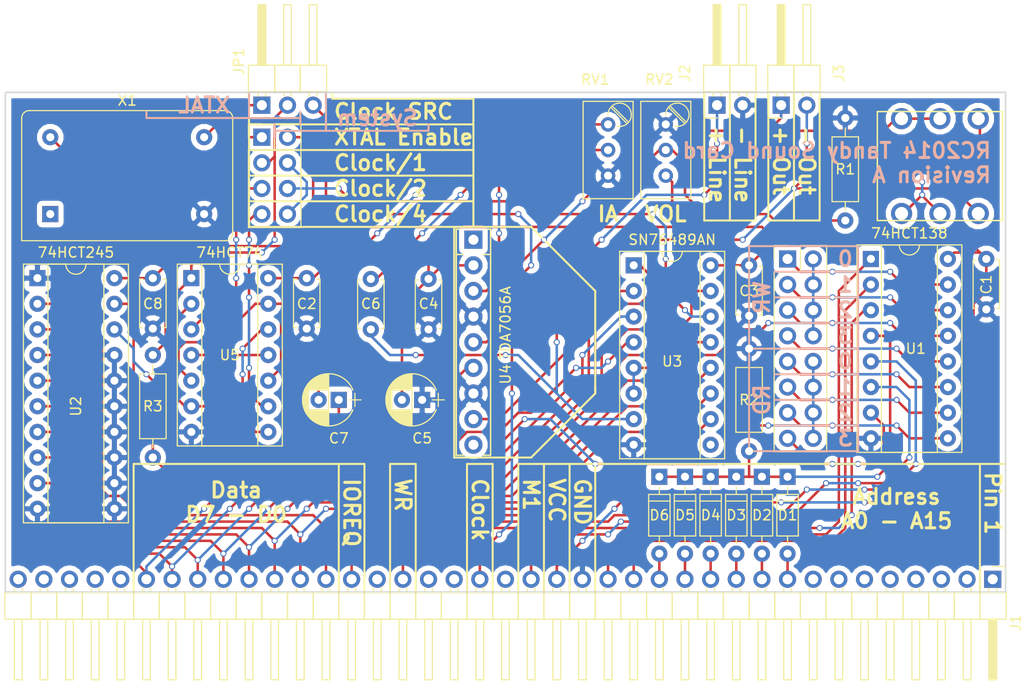
<source format=kicad_pcb>
(kicad_pcb (version 20171130) (host pcbnew "(5.1.12)-1")
  (layers (0 F.Cu signal) (31 B.Cu signal) (34 B.Paste user hide) (35 F.Paste user hide) (36 B.SilkS user) (37 F.SilkS user) (38 B.Mask user hide) (39 F.Mask user hide) (44 Edge.Cuts user))
  (net 0 "")
  (net 1 VCC)
  (net 2 GND)
  (net 3 A4)
  (net 4 A5)
  (net 5 A6)
  (net 6 IOREQ)
  (net 7 M1)
  (net 8 D0)
  (net 9 D1)
  (net 10 D2)
  (net 11 D3)
  (net 12 D4)
  (net 13 D5)
  (net 14 D6)
  (net 15 D7)
  (net 16 WR)
  (net 17 CLOCK)
  (net 18 SND_OUT)
  (net 19 "Net-(C6-Pad2)")
  (net 20 SPKR_OUT+)
  (net 21 SPKR_OUT-)
  (net 22 "Net-(RV1-Pad2)")
  (net 23 IO_WR)
  (net 24 IO_RD)
  (net 25 "Net-(C7-Pad2)")
  (net 26 "Net-(D1-Pad1)")
  (net 27 A7)
  (net 28 A3)
  (net 29 A2)
  (net 30 A1)
  (net 31 A0)
  (net 32 /WR_Port_0)
  (net 33 /WR_Port_1)
  (net 34 /WR_Port_2)
  (net 35 /WR_Port_3)
  (net 36 /RD_Port_0)
  (net 37 /RD_Port_1)
  (net 38 /RD_Port_2)
  (net 39 /RD_Port_3)
  (net 40 "Net-(J6-Pad1)")
  (net 41 CLOCK/1)
  (net 42 SND_CLOCK)
  (net 43 CLOCK/2)
  (net 44 CLOCK/4)
  (net 45 "Net-(R1-Pad1)")
  (net 46 "Net-(U5-Pad12)")
  (net 47 "Net-(U5-Pad11)")
  (net 48 "Net-(R3-Pad2)")
  (net 49 "Net-(JP1-Pad1)")
  (module Capacitors_THT:C_Disc_D4.7mm_W2.5mm_P5.00mm (layer F.Cu) (at 213.995 101.6 270)
    (fp_text reference C1 (at 2.54 0 270) (layer F.SilkS))
    (fp_text value 100nF hide)
    (pad 1 thru_hole circle (at 0 0 270) (size 1.6 1.6) (drill 0.8) (layers *.Cu *.Mask) (net 1 VCC))
    (pad 2 thru_hole circle (at 5 0 270) (size 1.6 1.6) (drill 0.8) (layers *.Cu *.Mask) (net 2 GND))
  )
  (module Housings_DIP:DIP-16_W7.62mm_Socket (layer F.Cu) (at 202.565 101.6)
    (fp_text reference U1 (at 4.445 8.89 180) (layer F.SilkS))
    (fp_text value 74HCT138 (at 3.81 -2.54 180) (layer F.SilkS))
    (pad 1 thru_hole rect (at 0 0) (size 1.6 1.6) (drill 0.8) (layers *.Cu *.Mask) (net 31 A0))
    (pad 9 thru_hole oval (at 7.62 17.78) (size 1.6 1.6) (drill 0.8) (layers *.Cu *.Mask) (net 38 /RD_Port_2))
    (pad 2 thru_hole oval (at 0 2.54) (size 1.6 1.6) (drill 0.8) (layers *.Cu *.Mask) (net 30 A1))
    (pad 10 thru_hole oval (at 7.62 15.24) (size 1.6 1.6) (drill 0.8) (layers *.Cu *.Mask) (net 37 /RD_Port_1))
    (pad 3 thru_hole oval (at 0 5.08) (size 1.6 1.6) (drill 0.8) (layers *.Cu *.Mask) (net 16 WR))
    (pad 11 thru_hole oval (at 7.62 12.7) (size 1.6 1.6) (drill 0.8) (layers *.Cu *.Mask) (net 36 /RD_Port_0))
    (pad 4 thru_hole oval (at 0 7.62) (size 1.6 1.6) (drill 0.8) (layers *.Cu *.Mask) (net 26 "Net-(D1-Pad1)"))
    (pad 12 thru_hole oval (at 7.62 10.16) (size 1.6 1.6) (drill 0.8) (layers *.Cu *.Mask) (net 35 /WR_Port_3))
    (pad 5 thru_hole oval (at 0 10.16) (size 1.6 1.6) (drill 0.8) (layers *.Cu *.Mask) (net 6 IOREQ))
    (pad 13 thru_hole oval (at 7.62 7.62) (size 1.6 1.6) (drill 0.8) (layers *.Cu *.Mask) (net 34 /WR_Port_2))
    (pad 6 thru_hole oval (at 0 12.7) (size 1.6 1.6) (drill 0.8) (layers *.Cu *.Mask) (net 7 M1))
    (pad 14 thru_hole oval (at 7.62 5.08) (size 1.6 1.6) (drill 0.8) (layers *.Cu *.Mask) (net 33 /WR_Port_1))
    (pad 7 thru_hole oval (at 0 15.24) (size 1.6 1.6) (drill 0.8) (layers *.Cu *.Mask) (net 39 /RD_Port_3))
    (pad 15 thru_hole oval (at 7.62 2.54) (size 1.6 1.6) (drill 0.8) (layers *.Cu *.Mask) (net 32 /WR_Port_0))
    (pad 8 thru_hole oval (at 0 17.78) (size 1.6 1.6) (drill 0.8) (layers *.Cu *.Mask) (net 2 GND))
    (pad 16 thru_hole oval (at 7.62 0) (size 1.6 1.6) (drill 0.8) (layers *.Cu *.Mask) (net 1 VCC))
  )
  (module Capacitors_THT:C_Disc_D4.7mm_W2.5mm_P5.00mm (layer F.Cu) (at 146.685 103.505 270)
    (fp_text reference C2 (at 2.54 0) (layer F.SilkS))
    (fp_text value 100nF)
    (pad 1 thru_hole circle (at 0 0 270) (size 1.6 1.6) (drill 0.8) (layers *.Cu *.Mask) (net 1 VCC))
    (pad 2 thru_hole circle (at 5 0 270) (size 1.6 1.6) (drill 0.8) (layers *.Cu *.Mask) (net 2 GND))
  )
  (module Capacitors_THT:C_Disc_D4.7mm_W2.5mm_P5.00mm (layer F.Cu) (at 190.5 102.235 270)
    (fp_text reference C3 (at 2.54 0) (layer F.SilkS))
    (fp_text value 100nF hide)
    (pad 1 thru_hole circle (at 0 0 270) (size 1.6 1.6) (drill 0.8) (layers *.Cu *.Mask) (net 1 VCC))
    (pad 2 thru_hole circle (at 5 0 270) (size 1.6 1.6) (drill 0.8) (layers *.Cu *.Mask) (net 2 GND))
  )
  (module Pin_Headers:Pin_Header_Angled_1x39_Pitch2.54mm (layer F.Cu) (at 214.63 133.35 270)
    (fp_text reference J1 (at 4.315 -2.27 270) (layer F.SilkS))
    (fp_text value CONN_01X39)
    (pad 1 thru_hole rect (at 0 0 270) (size 1.7 1.7) (drill 1) (layers *.Cu *.Mask))
    (pad 2 thru_hole oval (at 0 2.54 270) (size 1.7 1.7) (drill 1) (layers *.Cu *.Mask))
    (pad 3 thru_hole oval (at 0 5.08 270) (size 1.7 1.7) (drill 1) (layers *.Cu *.Mask))
    (pad 4 thru_hole oval (at 0 7.62 270) (size 1.7 1.7) (drill 1) (layers *.Cu *.Mask))
    (pad 5 thru_hole oval (at 0 10.16 270) (size 1.7 1.7) (drill 1) (layers *.Cu *.Mask))
    (pad 6 thru_hole oval (at 0 12.7 270) (size 1.7 1.7) (drill 1) (layers *.Cu *.Mask))
    (pad 7 thru_hole oval (at 0 15.24 270) (size 1.7 1.7) (drill 1) (layers *.Cu *.Mask))
    (pad 8 thru_hole oval (at 0 17.78 270) (size 1.7 1.7) (drill 1) (layers *.Cu *.Mask))
    (pad 9 thru_hole oval (at 0 20.32 270) (size 1.7 1.7) (drill 1) (layers *.Cu *.Mask) (net 27 A7))
    (pad 10 thru_hole oval (at 0 22.86 270) (size 1.7 1.7) (drill 1) (layers *.Cu *.Mask) (net 5 A6))
    (pad 11 thru_hole oval (at 0 25.4 270) (size 1.7 1.7) (drill 1) (layers *.Cu *.Mask) (net 4 A5))
    (pad 12 thru_hole oval (at 0 27.94 270) (size 1.7 1.7) (drill 1) (layers *.Cu *.Mask) (net 3 A4))
    (pad 13 thru_hole oval (at 0 30.48 270) (size 1.7 1.7) (drill 1) (layers *.Cu *.Mask) (net 28 A3))
    (pad 14 thru_hole oval (at 0 33.02 270) (size 1.7 1.7) (drill 1) (layers *.Cu *.Mask) (net 29 A2))
    (pad 15 thru_hole oval (at 0 35.56 270) (size 1.7 1.7) (drill 1) (layers *.Cu *.Mask) (net 30 A1))
    (pad 16 thru_hole oval (at 0 38.1 270) (size 1.7 1.7) (drill 1) (layers *.Cu *.Mask) (net 31 A0))
    (pad 17 thru_hole oval (at 0 40.64 270) (size 1.7 1.7) (drill 1) (layers *.Cu *.Mask) (net 2 GND))
    (pad 18 thru_hole oval (at 0 43.18 270) (size 1.7 1.7) (drill 1) (layers *.Cu *.Mask) (net 1 VCC))
    (pad 19 thru_hole oval (at 0 45.72 270) (size 1.7 1.7) (drill 1) (layers *.Cu *.Mask) (net 7 M1))
    (pad 20 thru_hole oval (at 0 48.26 270) (size 1.7 1.7) (drill 1) (layers *.Cu *.Mask))
    (pad 21 thru_hole oval (at 0 50.8 270) (size 1.7 1.7) (drill 1) (layers *.Cu *.Mask) (net 17 CLOCK))
    (pad 22 thru_hole oval (at 0 53.34 270) (size 1.7 1.7) (drill 1) (layers *.Cu *.Mask))
    (pad 23 thru_hole oval (at 0 55.88 270) (size 1.7 1.7) (drill 1) (layers *.Cu *.Mask))
    (pad 24 thru_hole oval (at 0 58.42 270) (size 1.7 1.7) (drill 1) (layers *.Cu *.Mask) (net 16 WR))
    (pad 25 thru_hole oval (at 0 60.96 270) (size 1.7 1.7) (drill 1) (layers *.Cu *.Mask))
    (pad 26 thru_hole oval (at 0 63.5 270) (size 1.7 1.7) (drill 1) (layers *.Cu *.Mask) (net 6 IOREQ))
    (pad 27 thru_hole oval (at 0 66.04 270) (size 1.7 1.7) (drill 1) (layers *.Cu *.Mask) (net 8 D0))
    (pad 28 thru_hole oval (at 0 68.58 270) (size 1.7 1.7) (drill 1) (layers *.Cu *.Mask) (net 9 D1))
    (pad 29 thru_hole oval (at 0 71.12 270) (size 1.7 1.7) (drill 1) (layers *.Cu *.Mask) (net 10 D2))
    (pad 30 thru_hole oval (at 0 73.66 270) (size 1.7 1.7) (drill 1) (layers *.Cu *.Mask) (net 11 D3))
    (pad 31 thru_hole oval (at 0 76.2 270) (size 1.7 1.7) (drill 1) (layers *.Cu *.Mask) (net 12 D4))
    (pad 32 thru_hole oval (at 0 78.74 270) (size 1.7 1.7) (drill 1) (layers *.Cu *.Mask) (net 13 D5))
    (pad 33 thru_hole oval (at 0 81.28 270) (size 1.7 1.7) (drill 1) (layers *.Cu *.Mask) (net 14 D6))
    (pad 34 thru_hole oval (at 0 83.82 270) (size 1.7 1.7) (drill 1) (layers *.Cu *.Mask) (net 15 D7))
    (pad 35 thru_hole oval (at 0 86.36 270) (size 1.7 1.7) (drill 1) (layers *.Cu *.Mask))
    (pad 36 thru_hole oval (at 0 88.9 270) (size 1.7 1.7) (drill 1) (layers *.Cu *.Mask))
    (pad 37 thru_hole oval (at 0 91.44 270) (size 1.7 1.7) (drill 1) (layers *.Cu *.Mask))
    (pad 38 thru_hole oval (at 0 93.98 270) (size 1.7 1.7) (drill 1) (layers *.Cu *.Mask))
    (pad 39 thru_hole oval (at 0 96.52 270) (size 1.7 1.7) (drill 1) (layers *.Cu *.Mask))
  )
  (module Pin_Headers:Pin_Header_Angled_1x02_Pitch2.54mm (layer F.Cu) (at 187.325 86.36 90)
    (fp_text reference J2 (at 3.175 -3.175 90) (layer F.SilkS))
    (fp_text value "Line Out")
    (pad 1 thru_hole rect (at 0 0 90) (size 1.7 1.7) (drill 1) (layers *.Cu *.Mask) (net 18 SND_OUT))
    (pad 2 thru_hole oval (at 0 2.54 90) (size 1.7 1.7) (drill 1) (layers *.Cu *.Mask) (net 2 GND))
  )
  (module Housings_DIP:DIP-20_W7.62mm_Socket (layer F.Cu) (at 120.015 103.505)
    (fp_text reference U2 (at 3.81 12.7 90) (layer F.SilkS))
    (fp_text value 74HCT245 (at 3.81 -2.54 180) (layer F.SilkS))
    (pad 1 thru_hole rect (at 0 0) (size 1.6 1.6) (drill 0.8) (layers *.Cu *.Mask) (net 2 GND))
    (pad 11 thru_hole oval (at 7.62 22.86) (size 1.6 1.6) (drill 0.8) (layers *.Cu *.Mask) (net 2 GND))
    (pad 2 thru_hole oval (at 0 2.54) (size 1.6 1.6) (drill 0.8) (layers *.Cu *.Mask) (net 8 D0))
    (pad 12 thru_hole oval (at 7.62 20.32) (size 1.6 1.6) (drill 0.8) (layers *.Cu *.Mask) (net 2 GND))
    (pad 3 thru_hole oval (at 0 5.08) (size 1.6 1.6) (drill 0.8) (layers *.Cu *.Mask) (net 9 D1))
    (pad 13 thru_hole oval (at 7.62 17.78) (size 1.6 1.6) (drill 0.8) (layers *.Cu *.Mask) (net 2 GND))
    (pad 4 thru_hole oval (at 0 7.62) (size 1.6 1.6) (drill 0.8) (layers *.Cu *.Mask) (net 10 D2))
    (pad 14 thru_hole oval (at 7.62 15.24) (size 1.6 1.6) (drill 0.8) (layers *.Cu *.Mask) (net 2 GND))
    (pad 5 thru_hole oval (at 0 10.16) (size 1.6 1.6) (drill 0.8) (layers *.Cu *.Mask) (net 11 D3))
    (pad 15 thru_hole oval (at 7.62 12.7) (size 1.6 1.6) (drill 0.8) (layers *.Cu *.Mask) (net 2 GND))
    (pad 6 thru_hole oval (at 0 12.7) (size 1.6 1.6) (drill 0.8) (layers *.Cu *.Mask) (net 12 D4))
    (pad 16 thru_hole oval (at 7.62 10.16) (size 1.6 1.6) (drill 0.8) (layers *.Cu *.Mask) (net 2 GND))
    (pad 7 thru_hole oval (at 0 15.24) (size 1.6 1.6) (drill 0.8) (layers *.Cu *.Mask) (net 13 D5))
    (pad 17 thru_hole oval (at 7.62 7.62) (size 1.6 1.6) (drill 0.8) (layers *.Cu *.Mask) (net 2 GND))
    (pad 8 thru_hole oval (at 0 17.78) (size 1.6 1.6) (drill 0.8) (layers *.Cu *.Mask) (net 14 D6))
    (pad 18 thru_hole oval (at 7.62 5.08) (size 1.6 1.6) (drill 0.8) (layers *.Cu *.Mask) (net 48 "Net-(R3-Pad2)"))
    (pad 9 thru_hole oval (at 0 20.32) (size 1.6 1.6) (drill 0.8) (layers *.Cu *.Mask) (net 15 D7))
    (pad 19 thru_hole oval (at 7.62 2.54) (size 1.6 1.6) (drill 0.8) (layers *.Cu *.Mask) (net 24 IO_RD))
    (pad 10 thru_hole oval (at 0 22.86) (size 1.6 1.6) (drill 0.8) (layers *.Cu *.Mask) (net 2 GND))
    (pad 20 thru_hole oval (at 7.62 0) (size 1.6 1.6) (drill 0.8) (layers *.Cu *.Mask) (net 1 VCC))
  )
  (module Housings_DIP:DIP-16_W7.62mm_Socket (layer F.Cu) (at 179.07 102.235)
    (fp_text reference U3 (at 3.81 9.525 180) (layer F.SilkS))
    (fp_text value SN76489AN (at 3.81 -2.54 180) (layer F.SilkS))
    (pad 1 thru_hole rect (at 0 0) (size 1.6 1.6) (drill 0.8) (layers *.Cu *.Mask) (net 13 D5))
    (pad 9 thru_hole oval (at 7.62 17.78) (size 1.6 1.6) (drill 0.8) (layers *.Cu *.Mask))
    (pad 2 thru_hole oval (at 0 2.54) (size 1.6 1.6) (drill 0.8) (layers *.Cu *.Mask) (net 14 D6))
    (pad 10 thru_hole oval (at 7.62 15.24) (size 1.6 1.6) (drill 0.8) (layers *.Cu *.Mask) (net 8 D0))
    (pad 3 thru_hole oval (at 0 5.08) (size 1.6 1.6) (drill 0.8) (layers *.Cu *.Mask) (net 15 D7))
    (pad 11 thru_hole oval (at 7.62 12.7) (size 1.6 1.6) (drill 0.8) (layers *.Cu *.Mask) (net 9 D1))
    (pad 4 thru_hole oval (at 0 7.62) (size 1.6 1.6) (drill 0.8) (layers *.Cu *.Mask) (net 48 "Net-(R3-Pad2)"))
    (pad 12 thru_hole oval (at 7.62 10.16) (size 1.6 1.6) (drill 0.8) (layers *.Cu *.Mask) (net 10 D2))
    (pad 5 thru_hole oval (at 0 10.16) (size 1.6 1.6) (drill 0.8) (layers *.Cu *.Mask) (net 23 IO_WR))
    (pad 13 thru_hole oval (at 7.62 7.62) (size 1.6 1.6) (drill 0.8) (layers *.Cu *.Mask) (net 11 D3))
    (pad 6 thru_hole oval (at 0 12.7) (size 1.6 1.6) (drill 0.8) (layers *.Cu *.Mask) (net 23 IO_WR))
    (pad 14 thru_hole oval (at 7.62 5.08) (size 1.6 1.6) (drill 0.8) (layers *.Cu *.Mask) (net 42 SND_CLOCK))
    (pad 7 thru_hole oval (at 0 15.24) (size 1.6 1.6) (drill 0.8) (layers *.Cu *.Mask) (net 18 SND_OUT))
    (pad 15 thru_hole oval (at 7.62 2.54) (size 1.6 1.6) (drill 0.8) (layers *.Cu *.Mask) (net 12 D4))
    (pad 8 thru_hole oval (at 0 17.78) (size 1.6 1.6) (drill 0.8) (layers *.Cu *.Mask) (net 2 GND))
    (pad 16 thru_hole oval (at 7.62 0) (size 1.6 1.6) (drill 0.8) (layers *.Cu *.Mask) (net 1 VCC))
  )
  (module Capacitors_THT:C_Disc_D4.7mm_W2.5mm_P5.00mm (layer F.Cu) (at 158.75 108.585 90)
    (fp_text reference C4 (at 2.54 0 180) (layer F.SilkS))
    (fp_text value 100nF)
    (pad 1 thru_hole circle (at 0 0 90) (size 1.6 1.6) (drill 0.8) (layers *.Cu *.Mask) (net 2 GND))
    (pad 2 thru_hole circle (at 5 0 90) (size 1.6 1.6) (drill 0.8) (layers *.Cu *.Mask) (net 1 VCC))
  )
  (module Capacitors_THT:CP_Radial_D5.0mm_P2.00mm (layer F.Cu) (at 158.115 115.57 180)
    (fp_text reference C5 (at 0 -3.81 180) (layer F.SilkS))
    (fp_text value 220uF)
    (pad 1 thru_hole rect (at 0 0 180) (size 1.6 1.6) (drill 0.8) (layers *.Cu *.Mask) (net 2 GND))
    (pad 2 thru_hole circle (at 2 0 180) (size 1.6 1.6) (drill 0.8) (layers *.Cu *.Mask) (net 1 VCC))
  )
  (module Capacitors_THT:C_Disc_D4.7mm_W2.5mm_P5.00mm (layer F.Cu) (at 153.035 108.585 90)
    (fp_text reference C6 (at 2.54 0 180) (layer F.SilkS))
    (fp_text value 470nF)
    (pad 1 thru_hole circle (at 0 0 90) (size 1.6 1.6) (drill 0.8) (layers *.Cu *.Mask) (net 18 SND_OUT))
    (pad 2 thru_hole circle (at 5 0 90) (size 1.6 1.6) (drill 0.8) (layers *.Cu *.Mask) (net 19 "Net-(C6-Pad2)"))
  )
  (module Pin_Headers:Pin_Header_Angled_1x02_Pitch2.54mm (layer F.Cu) (at 193.675 86.36 90)
    (fp_text reference J3 (at 3.175 5.715 90) (layer F.SilkS))
    (fp_text value "Speaker Out")
    (pad 1 thru_hole rect (at 0 0 90) (size 1.7 1.7) (drill 1) (layers *.Cu *.Mask) (net 25 "Net-(C7-Pad2)"))
    (pad 2 thru_hole oval (at 0 2.54 90) (size 1.7 1.7) (drill 1) (layers *.Cu *.Mask) (net 21 SPKR_OUT-))
  )
  (module Pin_Headers:Pin_Header_Straight_2x08_Pitch2.54mm (layer F.Cu) (at 194.31 101.6)
    (fp_text reference J4)
    (fp_text value CONN_02X08 hide)
    (pad 1 thru_hole rect (at 0 0) (size 1.7 1.7) (drill 1) (layers *.Cu *.Mask) (net 32 /WR_Port_0))
    (pad 2 thru_hole oval (at 2.54 0) (size 1.7 1.7) (drill 1) (layers *.Cu *.Mask) (net 23 IO_WR))
    (pad 3 thru_hole oval (at 0 2.54) (size 1.7 1.7) (drill 1) (layers *.Cu *.Mask) (net 33 /WR_Port_1))
    (pad 4 thru_hole oval (at 2.54 2.54) (size 1.7 1.7) (drill 1) (layers *.Cu *.Mask) (net 23 IO_WR))
    (pad 5 thru_hole oval (at 0 5.08) (size 1.7 1.7) (drill 1) (layers *.Cu *.Mask) (net 34 /WR_Port_2))
    (pad 6 thru_hole oval (at 2.54 5.08) (size 1.7 1.7) (drill 1) (layers *.Cu *.Mask) (net 23 IO_WR))
    (pad 7 thru_hole oval (at 0 7.62) (size 1.7 1.7) (drill 1) (layers *.Cu *.Mask) (net 35 /WR_Port_3))
    (pad 8 thru_hole oval (at 2.54 7.62) (size 1.7 1.7) (drill 1) (layers *.Cu *.Mask) (net 23 IO_WR))
    (pad 9 thru_hole oval (at 0 10.16) (size 1.7 1.7) (drill 1) (layers *.Cu *.Mask) (net 36 /RD_Port_0))
    (pad 10 thru_hole oval (at 2.54 10.16) (size 1.7 1.7) (drill 1) (layers *.Cu *.Mask) (net 24 IO_RD))
    (pad 11 thru_hole oval (at 0 12.7) (size 1.7 1.7) (drill 1) (layers *.Cu *.Mask) (net 37 /RD_Port_1))
    (pad 12 thru_hole oval (at 2.54 12.7) (size 1.7 1.7) (drill 1) (layers *.Cu *.Mask) (net 24 IO_RD))
    (pad 13 thru_hole oval (at 0 15.24) (size 1.7 1.7) (drill 1) (layers *.Cu *.Mask) (net 38 /RD_Port_2))
    (pad 14 thru_hole oval (at 2.54 15.24) (size 1.7 1.7) (drill 1) (layers *.Cu *.Mask) (net 24 IO_RD))
    (pad 15 thru_hole oval (at 0 17.78) (size 1.7 1.7) (drill 1) (layers *.Cu *.Mask) (net 39 /RD_Port_3))
    (pad 16 thru_hole oval (at 2.54 17.78) (size 1.7 1.7) (drill 1) (layers *.Cu *.Mask) (net 24 IO_RD))
  )
  (module Capacitors_THT:CP_Radial_D5.0mm_P2.00mm (layer F.Cu) (at 149.86 115.57 180)
    (fp_text reference C7 (at 0 -3.81 180) (layer F.SilkS))
    (fp_text value 470uF)
    (pad 1 thru_hole rect (at 0 0 180) (size 1.6 1.6) (drill 0.8) (layers *.Cu *.Mask) (net 20 SPKR_OUT+))
    (pad 2 thru_hole circle (at 2 0 180) (size 1.6 1.6) (drill 0.8) (layers *.Cu *.Mask) (net 25 "Net-(C7-Pad2)"))
  )
  (module Diodes_THT:D_DO-35_SOD27_P7.62mm_Horizontal (layer F.Cu) (at 194.31 123.19 270)
    (fp_text reference D1 (at 3.81 0) (layer F.SilkS))
    (fp_text value 1N4848)
    (pad 1 thru_hole rect (at 0 0 270) (size 1.6 1.6) (drill 0.8) (layers *.Cu *.Mask) (net 26 "Net-(D1-Pad1)"))
    (pad 2 thru_hole oval (at 7.62 0 270) (size 1.6 1.6) (drill 0.8) (layers *.Cu *.Mask) (net 27 A7))
  )
  (module Diodes_THT:D_DO-35_SOD27_P7.62mm_Horizontal (layer F.Cu) (at 191.77 123.19 270)
    (fp_text reference D2 (at 3.81 0) (layer F.SilkS))
    (fp_text value 1N4848)
    (pad 1 thru_hole rect (at 0 0 270) (size 1.6 1.6) (drill 0.8) (layers *.Cu *.Mask) (net 26 "Net-(D1-Pad1)"))
    (pad 2 thru_hole oval (at 7.62 0 270) (size 1.6 1.6) (drill 0.8) (layers *.Cu *.Mask) (net 5 A6))
  )
  (module Diodes_THT:D_DO-35_SOD27_P7.62mm_Horizontal (layer F.Cu) (at 189.23 123.19 270)
    (fp_text reference D3 (at 3.81 0) (layer F.SilkS))
    (fp_text value 1N4848)
    (pad 1 thru_hole rect (at 0 0 270) (size 1.6 1.6) (drill 0.8) (layers *.Cu *.Mask) (net 26 "Net-(D1-Pad1)"))
    (pad 2 thru_hole oval (at 7.62 0 270) (size 1.6 1.6) (drill 0.8) (layers *.Cu *.Mask) (net 4 A5))
  )
  (module Diodes_THT:D_DO-35_SOD27_P7.62mm_Horizontal (layer F.Cu) (at 186.69 123.19 270)
    (fp_text reference D4 (at 3.81 0) (layer F.SilkS))
    (fp_text value 1N4848)
    (pad 1 thru_hole rect (at 0 0 270) (size 1.6 1.6) (drill 0.8) (layers *.Cu *.Mask) (net 26 "Net-(D1-Pad1)"))
    (pad 2 thru_hole oval (at 7.62 0 270) (size 1.6 1.6) (drill 0.8) (layers *.Cu *.Mask) (net 3 A4))
  )
  (module Diodes_THT:D_DO-35_SOD27_P7.62mm_Horizontal (layer F.Cu) (at 184.15 123.19 270)
    (fp_text reference D5 (at 3.81 0) (layer F.SilkS))
    (fp_text value 1N4848)
    (pad 1 thru_hole rect (at 0 0 270) (size 1.6 1.6) (drill 0.8) (layers *.Cu *.Mask) (net 26 "Net-(D1-Pad1)"))
    (pad 2 thru_hole oval (at 7.62 0 270) (size 1.6 1.6) (drill 0.8) (layers *.Cu *.Mask) (net 28 A3))
  )
  (module Diodes_THT:D_DO-35_SOD27_P7.62mm_Horizontal (layer F.Cu) (at 181.61 123.19 270)
    (fp_text reference D6 (at 3.81 0) (layer F.SilkS))
    (fp_text value 1N4848)
    (pad 1 thru_hole rect (at 0 0 270) (size 1.6 1.6) (drill 0.8) (layers *.Cu *.Mask) (net 26 "Net-(D1-Pad1)"))
    (pad 2 thru_hole oval (at 7.62 0 270) (size 1.6 1.6) (drill 0.8) (layers *.Cu *.Mask) (net 29 A2))
  )
  (module rc2014:cliff_fcr1295_socket (layer F.Cu) (at 203.2 86.995)
    (fp_text reference J5)
    (fp_text value JACK_TRS_6PINS)
    (pad 6 thru_hole circle (at 2.4 0.7) (size 2.1 2.1) (drill 1.3) (layers *.Cu *.Mask) (net 25 "Net-(C7-Pad2)"))
    (pad 5 thru_hole circle (at 6.2 0.7) (size 2.1 2.1) (drill 1.3) (layers *.Cu *.Mask) (net 25 "Net-(C7-Pad2)"))
    (pad 4 thru_hole circle (at 10 0.7) (size 2.1 2.1) (drill 1.3) (layers *.Cu *.Mask) (net 21 SPKR_OUT-))
    (pad 1 thru_hole circle (at 10 10.1) (size 2.1 2.1) (drill 1.3) (layers *.Cu *.Mask) (net 21 SPKR_OUT-))
    (pad 2 thru_hole circle (at 6.2 10.1) (size 2.1 2.1) (drill 1.3) (layers *.Cu *.Mask) (net 25 "Net-(C7-Pad2)"))
    (pad 3 thru_hole circle (at 2.4 10.1) (size 2.1 2.1) (drill 1.3) (layers *.Cu *.Mask) (net 25 "Net-(C7-Pad2)"))
  )
  (module Pin_Headers:Pin_Header_Straight_2x04_Pitch2.54mm (layer F.Cu) (at 142.24 89.535)
    (fp_text reference J6)
    (fp_text value CONN_02X04)
    (pad 1 thru_hole rect (at 0 0) (size 1.7 1.7) (drill 1) (layers *.Cu *.Mask) (net 40 "Net-(J6-Pad1)"))
    (pad 2 thru_hole oval (at 2.54 0) (size 1.7 1.7) (drill 1) (layers *.Cu *.Mask) (net 1 VCC))
    (pad 3 thru_hole oval (at 0 2.54) (size 1.7 1.7) (drill 1) (layers *.Cu *.Mask) (net 41 CLOCK/1))
    (pad 4 thru_hole oval (at 2.54 2.54) (size 1.7 1.7) (drill 1) (layers *.Cu *.Mask) (net 42 SND_CLOCK))
    (pad 5 thru_hole oval (at 0 5.08) (size 1.7 1.7) (drill 1) (layers *.Cu *.Mask) (net 43 CLOCK/2))
    (pad 6 thru_hole oval (at 2.54 5.08) (size 1.7 1.7) (drill 1) (layers *.Cu *.Mask) (net 42 SND_CLOCK))
    (pad 7 thru_hole oval (at 0 7.62) (size 1.7 1.7) (drill 1) (layers *.Cu *.Mask) (net 44 CLOCK/4))
    (pad 8 thru_hole oval (at 2.54 7.62) (size 1.7 1.7) (drill 1) (layers *.Cu *.Mask) (net 42 SND_CLOCK))
  )
  (module Pin_Headers:Pin_Header_Angled_1x03_Pitch2.54mm (layer F.Cu) (at 142.24 86.36 90)
    (fp_text reference JP1 (at 4.315 -2.27 90) (layer F.SilkS))
    (fp_text value "Clock source")
    (pad 1 thru_hole rect (at 0 0 90) (size 1.7 1.7) (drill 1) (layers *.Cu *.Mask) (net 49 "Net-(JP1-Pad1)"))
    (pad 2 thru_hole oval (at 0 2.54 90) (size 1.7 1.7) (drill 1) (layers *.Cu *.Mask) (net 41 CLOCK/1))
    (pad 3 thru_hole oval (at 0 5.08 90) (size 1.7 1.7) (drill 1) (layers *.Cu *.Mask) (net 17 CLOCK))
  )
  (module Resistors_THT:R_Axial_DIN0207_L6.3mm_D2.5mm_P10.16mm_Horizontal (layer F.Cu) (at 200.025 97.79 90)
    (fp_text reference R1 (at 5.08 0 180) (layer F.SilkS))
    (fp_text value 1k hide)
    (pad 1 thru_hole circle (at 0 0 90) (size 1.6 1.6) (drill 0.8) (layers *.Cu *.Mask) (net 45 "Net-(R1-Pad1)"))
    (pad 2 thru_hole oval (at 10.16 0 90) (size 1.6 1.6) (drill 0.8) (layers *.Cu *.Mask) (net 2 GND))
  )
  (module Resistors_THT:R_Axial_DIN0207_L6.3mm_D2.5mm_P10.16mm_Horizontal (layer F.Cu) (at 190.5 120.65 90)
    (fp_text reference R2 (at 5.08 0 180) (layer F.SilkS))
    (fp_text value 10k hide)
    (pad 1 thru_hole circle (at 0 0 90) (size 1.6 1.6) (drill 0.8) (layers *.Cu *.Mask) (net 26 "Net-(D1-Pad1)"))
    (pad 2 thru_hole oval (at 10.16 0 90) (size 1.6 1.6) (drill 0.8) (layers *.Cu *.Mask) (net 2 GND))
  )
  (module Housings_DIP:DIP-14_W7.62mm_Socket (layer F.Cu) (at 135.255 103.505)
    (fp_text reference U5 (at 3.81 7.62) (layer F.SilkS))
    (fp_text value 74HCT74 (at 3.81 -2.54) (layer F.SilkS))
    (pad 1 thru_hole rect (at 0 0) (size 1.6 1.6) (drill 0.8) (layers *.Cu *.Mask) (net 1 VCC))
    (pad 8 thru_hole oval (at 7.62 15.24) (size 1.6 1.6) (drill 0.8) (layers *.Cu *.Mask) (net 46 "Net-(U5-Pad12)"))
    (pad 2 thru_hole oval (at 0 2.54) (size 1.6 1.6) (drill 0.8) (layers *.Cu *.Mask) (net 47 "Net-(U5-Pad11)"))
    (pad 9 thru_hole oval (at 7.62 12.7) (size 1.6 1.6) (drill 0.8) (layers *.Cu *.Mask) (net 44 CLOCK/4))
    (pad 3 thru_hole oval (at 0 5.08) (size 1.6 1.6) (drill 0.8) (layers *.Cu *.Mask) (net 41 CLOCK/1))
    (pad 10 thru_hole oval (at 7.62 10.16) (size 1.6 1.6) (drill 0.8) (layers *.Cu *.Mask) (net 1 VCC))
    (pad 4 thru_hole oval (at 0 7.62) (size 1.6 1.6) (drill 0.8) (layers *.Cu *.Mask) (net 1 VCC))
    (pad 11 thru_hole oval (at 7.62 7.62) (size 1.6 1.6) (drill 0.8) (layers *.Cu *.Mask) (net 47 "Net-(U5-Pad11)"))
    (pad 5 thru_hole oval (at 0 10.16) (size 1.6 1.6) (drill 0.8) (layers *.Cu *.Mask) (net 43 CLOCK/2))
    (pad 12 thru_hole oval (at 7.62 5.08) (size 1.6 1.6) (drill 0.8) (layers *.Cu *.Mask) (net 46 "Net-(U5-Pad12)"))
    (pad 6 thru_hole oval (at 0 12.7) (size 1.6 1.6) (drill 0.8) (layers *.Cu *.Mask) (net 47 "Net-(U5-Pad11)"))
    (pad 13 thru_hole oval (at 7.62 2.54) (size 1.6 1.6) (drill 0.8) (layers *.Cu *.Mask) (net 1 VCC))
    (pad 7 thru_hole oval (at 0 15.24) (size 1.6 1.6) (drill 0.8) (layers *.Cu *.Mask) (net 2 GND))
    (pad 14 thru_hole oval (at 7.62 0) (size 1.6 1.6) (drill 0.8) (layers *.Cu *.Mask) (net 1 VCC))
  )
  (module Oscillators:Oscillator_DIP-14 (layer F.Cu) (at 121.285 97.155)
    (fp_text reference X1 (at 7.62 -11.26) (layer F.SilkS))
    (fp_text value 1MHz)
    (pad 1 thru_hole rect (at 0 0) (size 1.6 1.6) (drill 0.8) (layers *.Cu *.Mask))
    (pad 14 thru_hole circle (at 0 -7.62) (size 1.6 1.6) (drill 0.8) (layers *.Cu *.Mask) (net 40 "Net-(J6-Pad1)"))
    (pad 8 thru_hole circle (at 15.24 -7.62) (size 1.6 1.6) (drill 0.8) (layers *.Cu *.Mask) (net 49 "Net-(JP1-Pad1)"))
    (pad 7 thru_hole circle (at 15.24 0) (size 1.6 1.6) (drill 0.8) (layers *.Cu *.Mask) (net 2 GND))
  )
  (module Capacitors_THT:C_Disc_D4.7mm_W2.5mm_P5.00mm (layer F.Cu) (at 131.445 103.505 270)
    (fp_text reference C8 (at 2.54 0) (layer F.SilkS))
    (fp_text value 100nF)
    (pad 1 thru_hole circle (at 0 0 270) (size 1.6 1.6) (drill 0.8) (layers *.Cu *.Mask) (net 1 VCC))
    (pad 2 thru_hole circle (at 5 0 270) (size 1.6 1.6) (drill 0.8) (layers *.Cu *.Mask) (net 2 GND))
  )
  (module Housings_SIP:SIP9_Housing (layer F.Cu) (at 163.195 109.855 270)
    (fp_text reference U4 (at 3.175 -3.175 90) (layer F.SilkS))
    (fp_text value TDA7056A (at -1.905 -3.175 270) (layer F.SilkS))
    (pad 1 thru_hole rect (at -10.16 0) (size 1.8 1.8) (drill 1) (layers *.Cu *.Mask))
    (pad 2 thru_hole circle (at -7.62 0) (size 1.8 1.8) (drill 1) (layers *.Cu *.Mask) (net 1 VCC))
    (pad 3 thru_hole circle (at -5.08 0) (size 1.8 1.8) (drill 1) (layers *.Cu *.Mask) (net 22 "Net-(RV1-Pad2)"))
    (pad 4 thru_hole circle (at -2.54 0) (size 1.8 1.8) (drill 1) (layers *.Cu *.Mask) (net 2 GND))
    (pad 5 thru_hole circle (at 0 0) (size 1.8 1.8) (drill 1) (layers *.Cu *.Mask) (net 45 "Net-(R1-Pad1)"))
    (pad 6 thru_hole circle (at 2.54 0) (size 1.8 1.8) (drill 1) (layers *.Cu *.Mask) (net 20 SPKR_OUT+))
    (pad 7 thru_hole circle (at 5.08 0) (size 1.8 1.8) (drill 1) (layers *.Cu *.Mask) (net 2 GND))
    (pad 8 thru_hole circle (at 7.62 0) (size 1.8 1.8) (drill 1) (layers *.Cu *.Mask) (net 21 SPKR_OUT-))
    (pad 9 thru_hole circle (at 10.16 0) (size 1.8 1.8) (drill 1) (layers *.Cu *.Mask))
  )
  (module Potentiometers:Potentiometer_Trimmer_Bourns_3296W (layer F.Cu) (at 176.53 88.265 90)
    (fp_text reference RV1 (at 4.445 -1.27 180) (layer F.SilkS))
    (fp_text value 10k)
    (pad 1 thru_hole circle (at 0 0 90) (size 1.44 1.44) (drill 0.8) (layers *.Cu *.Mask) (net 19 "Net-(C6-Pad2)"))
    (pad 2 thru_hole circle (at -2.54 0 90) (size 1.44 1.44) (drill 0.8) (layers *.Cu *.Mask) (net 22 "Net-(RV1-Pad2)"))
    (pad 3 thru_hole circle (at -5.08 0 90) (size 1.44 1.44) (drill 0.8) (layers *.Cu *.Mask) (net 2 GND))
  )
  (module Potentiometers:Potentiometer_Trimmer_Bourns_3296W (layer F.Cu) (at 182.245 88.265 90)
    (fp_text reference RV2 (at 4.445 -0.635 180) (layer F.SilkS))
    (fp_text value 10k)
    (pad 1 thru_hole circle (at 0 0 90) (size 1.44 1.44) (drill 0.8) (layers *.Cu *.Mask) (net 2 GND))
    (pad 2 thru_hole circle (at -2.54 0 90) (size 1.44 1.44) (drill 0.8) (layers *.Cu *.Mask) (net 45 "Net-(R1-Pad1)"))
    (pad 3 thru_hole circle (at -5.08 0 90) (size 1.44 1.44) (drill 0.8) (layers *.Cu *.Mask) (net 1 VCC))
  )
  (module Resistors_THT:R_Axial_DIN0207_L6.3mm_D2.5mm_P10.16mm_Horizontal (layer F.Cu) (at 131.445 111.125 270)
    (fp_text reference R3 (at 5.08 0) (layer F.SilkS))
    (fp_text value 10k)
    (pad 1 thru_hole circle (at 0 0 270) (size 1.6 1.6) (drill 0.8) (layers *.Cu *.Mask) (net 1 VCC))
    (pad 2 thru_hole oval (at 10.16 0 270) (size 1.6 1.6) (drill 0.8) (layers *.Cu *.Mask) (net 48 "Net-(R3-Pad2)"))
  )
  (gr_line (start 193.04 110.49) (end 190.5 110.49) (angle 90) (layer B.SilkS) (width 0.2))
  (gr_line (start 190.5 120.65) (end 193.04 120.65) (angle 90) (layer B.SilkS) (width 0.2))
  (gr_line (start 190.5 100.33) (end 190.5 120.65) (angle 90) (layer B.SilkS) (width 0.2))
  (gr_line (start 190.5 100.33) (end 193.04 100.33) (angle 90) (layer B.SilkS) (width 0.2))
  (gr_text RD (at 191.77 115.57 90) (layer B.SilkS) (effects (font (size 1.5 1.5) (thickness 0.3)) (justify mirror)))
  (gr_text WR (at 191.77 105.41 90) (layer B.SilkS) (effects (font (size 1.5 1.5) (thickness 0.3)) (justify mirror)))
  (gr_text 3 (at 200.025 109.22) (layer B.SilkS) (effects (font (size 1.5 1.5) (thickness 0.3)) (justify mirror)))
  (gr_text 2 (at 200.025 106.68) (layer B.SilkS) (effects (font (size 1.5 1.5) (thickness 0.3)) (justify mirror)))
  (gr_text 1 (at 200.025 104.14) (layer B.SilkS) (effects (font (size 1.5 1.5) (thickness 0.3)) (justify mirror)))
  (gr_text 0 (at 200.025 101.6) (layer B.SilkS) (effects (font (size 1.5 1.5) (thickness 0.3)) (justify mirror)))
  (gr_line (start 193.04 102.87) (end 201.295 102.87) (angle 90) (layer B.SilkS) (width 0.2))
  (gr_line (start 193.04 105.41) (end 201.295 105.41) (angle 90) (layer B.SilkS) (width 0.2))
  (gr_line (start 193.04 107.95) (end 201.295 107.95) (angle 90) (layer B.SilkS) (width 0.2))
  (gr_line (start 201.295 100.33) (end 201.295 110.49) (angle 90) (layer B.SilkS) (width 0.2))
  (gr_line (start 193.04 100.33) (end 201.295 100.33) (angle 90) (layer B.SilkS) (width 0.2))
  (gr_text 3 (at 200.025 119.38) (layer B.SilkS) (effects (font (size 1.5 1.5) (thickness 0.3)) (justify mirror)))
  (gr_text 2 (at 200.025 116.84) (layer B.SilkS) (effects (font (size 1.5 1.5) (thickness 0.3)) (justify mirror)))
  (gr_text 1 (at 200.025 114.3) (layer B.SilkS) (effects (font (size 1.5 1.5) (thickness 0.3)) (justify mirror)))
  (gr_text 0 (at 200.025 111.76) (layer B.SilkS) (effects (font (size 1.5 1.5) (thickness 0.3)) (justify mirror)))
  (gr_line (start 193.04 118.11) (end 201.295 118.11) (angle 90) (layer B.SilkS) (width 0.2))
  (gr_line (start 201.295 115.57) (end 193.04 115.57) (angle 90) (layer B.SilkS) (width 0.2))
  (gr_line (start 193.04 113.03) (end 201.295 113.03) (angle 90) (layer B.SilkS) (width 0.2))
  (gr_line (start 201.295 120.65) (end 193.04 120.65) (angle 90) (layer B.SilkS) (width 0.2))
  (gr_line (start 201.295 110.49) (end 201.295 120.65) (angle 90) (layer B.SilkS) (width 0.2))
  (gr_line (start 193.04 110.49) (end 201.295 110.49) (angle 90) (layer B.SilkS) (width 0.2))
  (gr_line (start 140.97 87.63) (end 140.97 85.09) (angle 90) (layer B.SilkS) (width 0.2))
  (gr_line (start 148.59 85.09) (end 148.59 88.9) (angle 90) (layer B.SilkS) (width 0.2))
  (gr_line (start 130.81 87.63) (end 130.81 86.995) (angle 90) (layer B.SilkS) (width 0.2))
  (gr_line (start 158.75 88.265) (end 158.75 88.9) (angle 90) (layer B.SilkS) (width 0.2))
  (gr_line (start 148.59 88.9) (end 158.75 88.9) (angle 90) (layer B.SilkS) (width 0.2))
  (gr_line (start 140.97 87.63) (end 130.81 87.63) (angle 90) (layer B.SilkS) (width 0.2))
  (gr_text System (at 153.67 87.63) (layer B.SilkS) (effects (font (size 1.5 1.5) (thickness 0.3)) (justify mirror)))
  (gr_text XTAL (at 136.525 86.36) (layer B.SilkS) (effects (font (size 1.5 1.5) (thickness 0.3)) (justify mirror)))
  (gr_line (start 143.51 88.265) (end 143.51 89.535) (angle 90) (layer B.SilkS) (width 0.2))
  (gr_line (start 148.59 88.9) (end 143.51 88.9) (angle 90) (layer B.SilkS) (width 0.2))
  (gr_line (start 146.05 86.995) (end 146.05 88.265) (angle 90) (layer B.SilkS) (width 0.2))
  (gr_line (start 140.97 87.63) (end 146.05 87.63) (angle 90) (layer B.SilkS) (width 0.2))
  (gr_line (start 149.225 85.725) (end 149.225 85.09) (angle 90) (layer F.SilkS) (width 0.2))
  (gr_line (start 163.195 85.725) (end 163.195 98.425) (angle 90) (layer F.SilkS) (width 0.2))
  (gr_line (start 149.225 85.725) (end 163.195 85.725) (angle 90) (layer F.SilkS) (width 0.2))
  (gr_line (start 161.29 88.265) (end 163.195 88.265) (angle 90) (layer F.SilkS) (width 0.2))
  (gr_line (start 161.29 90.805) (end 163.195 90.805) (angle 90) (layer F.SilkS) (width 0.2))
  (gr_line (start 161.29 93.345) (end 163.195 93.345) (angle 90) (layer F.SilkS) (width 0.2))
  (gr_line (start 161.29 95.885) (end 163.195 95.885) (angle 90) (layer F.SilkS) (width 0.2))
  (gr_line (start 163.195 98.425) (end 140.97 98.425) (angle 90) (layer F.SilkS) (width 0.2))
  (gr_line (start 140.97 98.425) (end 140.97 85.09) (angle 90) (layer F.SilkS) (width 0.2))
  (gr_text "Clock SRC" (at 149.225 86.995) (layer F.SilkS) (effects (font (size 1.5 1.5) (thickness 0.3)) (justify left)))
  (gr_line (start 140.97 95.885) (end 161.29 95.885) (angle 90) (layer F.SilkS) (width 0.2))
  (gr_line (start 140.97 93.345) (end 161.29 93.345) (angle 90) (layer F.SilkS) (width 0.2))
  (gr_line (start 140.97 90.805) (end 161.29 90.805) (angle 90) (layer F.SilkS) (width 0.2))
  (gr_line (start 140.97 88.265) (end 140.97 98.425) (angle 90) (layer F.SilkS) (width 0.2))
  (gr_line (start 140.97 88.265) (end 161.29 88.265) (angle 90) (layer F.SilkS) (width 0.2))
  (gr_text Clock/4 (at 149.225 97.155) (layer F.SilkS) (effects (font (size 1.5 1.5) (thickness 0.3)) (justify left)))
  (gr_text Clock/2 (at 149.225 94.615) (layer F.SilkS) (effects (font (size 1.5 1.5) (thickness 0.3)) (justify left)))
  (gr_text Clock/1 (at 149.225 92.075) (layer F.SilkS) (effects (font (size 1.5 1.5) (thickness 0.3)) (justify left)))
  (gr_text "XTAL Enable" (at 149.225 89.535) (layer F.SilkS) (effects (font (size 1.5 1.5) (thickness 0.3)) (justify left)))
  (gr_text IA (at 176.53 97.155) (layer F.SilkS) (effects (font (size 1.5 1.5) (thickness 0.3))))
  (gr_text VOL (at 182.245 97.155) (layer F.SilkS) (effects (font (size 1.5 1.5) (thickness 0.3))))
  (gr_text Clock (at 163.83 123.19 270) (layer F.SilkS) (effects (font (size 1.5 1.5) (thickness 0.3)) (justify left)))
  (gr_line (start 162.56 121.92) (end 162.56 134.62) (angle 90) (layer F.SilkS) (width 0.2))
  (gr_line (start 165.1 121.92) (end 162.56 121.92) (angle 90) (layer F.SilkS) (width 0.2))
  (gr_line (start 165.1 134.62) (end 165.1 121.92) (angle 90) (layer F.SilkS) (width 0.2))
  (gr_line (start 168.91 121.285) (end 161.29 121.285) (angle 90) (layer F.SilkS) (width 0.2))
  (gr_line (start 175.26 114.935) (end 175.26 104.775) (angle 90) (layer F.SilkS) (width 0.2))
  (gr_line (start 175.26 114.935) (end 175.26 114.3) (angle 90) (layer F.SilkS) (width 0.2))
  (gr_line (start 168.91 121.285) (end 175.26 114.935) (angle 90) (layer F.SilkS) (width 0.2))
  (gr_line (start 168.91 98.425) (end 175.26 104.775) (angle 90) (layer F.SilkS) (width 0.2))
  (gr_line (start 161.29 98.425) (end 168.91 98.425) (angle 90) (layer F.SilkS) (width 0.2))
  (gr_line (start 161.29 121.285) (end 161.29 98.425) (angle 90) (layer F.SilkS) (width 0.2))
  (gr_text "+ Out" (at 193.675 88.265 270) (layer F.SilkS) (effects (font (size 1.5 1.5) (thickness 0.3)) (justify left)))
  (gr_text "- Out" (at 196.215 88.265 270) (layer F.SilkS) (effects (font (size 1.5 1.5) (thickness 0.3)) (justify left)))
  (gr_line (start 192.405 97.79) (end 192.405 85.09) (angle 90) (layer F.SilkS) (width 0.2))
  (gr_line (start 197.485 97.79) (end 197.485 85.09) (angle 90) (layer F.SilkS) (width 0.2))
  (gr_line (start 192.405 97.79) (end 197.485 97.79) (angle 90) (layer F.SilkS) (width 0.2))
  (gr_line (start 194.945 85.09) (end 194.945 97.79) (angle 90) (layer F.SilkS) (width 0.2))
  (gr_text "+ Line" (at 187.325 88.265 270) (layer F.SilkS) (effects (font (size 1.5 1.5) (thickness 0.3)) (justify left)))
  (gr_line (start 188.595 97.79) (end 188.595 85.09) (angle 90) (layer F.SilkS) (width 0.2))
  (gr_line (start 191.135 85.09) (end 191.135 97.79) (angle 90) (layer F.SilkS) (width 0.2))
  (gr_line (start 186.055 85.09) (end 186.055 97.79) (angle 90) (layer F.SilkS) (width 0.2))
  (gr_line (start 186.055 97.79) (end 191.135 97.79) (angle 90) (layer F.SilkS) (width 0.2))
  (gr_text "RC2014 Tandy Sound Card\nRevision A" (at 214.63 92.075) (layer B.SilkS) (effects (font (size 1.5 1.5) (thickness 0.3)) (justify left mirror)))
  (gr_text "- Line" (at 189.865 88.265 270) (layer F.SilkS) (effects (font (size 1.5 1.5) (thickness 0.3)) (justify left)))
  (gr_text IOREQ (at 151.13 123.19 270) (layer F.SilkS) (effects (font (size 1.5 1.5) (thickness 0.3)) (justify left)))
  (gr_text WR (at 156.21 123.19 270) (layer F.SilkS) (effects (font (size 1.5 1.5) (thickness 0.3)) (justify left)))
  (gr_text M1 (at 168.91 123.19 270) (layer F.SilkS) (effects (font (size 1.5 1.5) (thickness 0.3)) (justify left)))
  (gr_text VCC (at 171.45 123.19 270) (layer F.SilkS) (effects (font (size 1.5 1.5) (thickness 0.3)) (justify left)))
  (gr_text GND (at 173.99 123.19 270) (layer F.SilkS) (effects (font (size 1.5 1.5) (thickness 0.3)) (justify left)))
  (gr_text "Data\nD7 - D0" (at 139.7 125.73) (layer F.SilkS) (effects (font (size 1.5 1.5) (thickness 0.3))))
  (gr_text "Address\nA0 - A15" (at 205.105 126.365) (layer F.SilkS) (effects (font (size 1.5 1.5) (thickness 0.3))))
  (gr_line (start 129.54 121.92) (end 129.54 134.62) (angle 90) (layer F.SilkS) (width 0.2))
  (gr_line (start 149.86 121.92) (end 129.54 121.92) (angle 90) (layer F.SilkS) (width 0.2))
  (gr_line (start 149.86 121.92) (end 149.86 134.62) (angle 90) (layer F.SilkS) (width 0.2))
  (gr_line (start 152.4 121.92) (end 149.86 121.92) (angle 90) (layer F.SilkS) (width 0.2))
  (gr_line (start 152.4 121.92) (end 152.4 134.62) (angle 90) (layer F.SilkS) (width 0.2))
  (gr_line (start 154.94 121.92) (end 154.94 134.62) (angle 90) (layer F.SilkS) (width 0.2))
  (gr_line (start 157.48 121.92) (end 154.94 121.92) (angle 90) (layer F.SilkS) (width 0.2))
  (gr_line (start 157.48 134.62) (end 157.48 121.92) (angle 90) (layer F.SilkS) (width 0.2))
  (gr_line (start 167.64 121.92) (end 170.18 121.92) (angle 90) (layer F.SilkS) (width 0.2))
  (gr_line (start 167.64 134.62) (end 167.64 121.92) (angle 90) (layer F.SilkS) (width 0.2))
  (gr_line (start 175.26 121.92) (end 213.36 121.92) (angle 90) (layer F.SilkS) (width 0.2))
  (gr_line (start 175.26 121.92) (end 175.26 134.62) (angle 90) (layer F.SilkS) (width 0.2))
  (gr_line (start 172.72 121.92) (end 175.26 121.92) (angle 90) (layer F.SilkS) (width 0.2))
  (gr_line (start 172.72 121.92) (end 172.72 134.62) (angle 90) (layer F.SilkS) (width 0.2))
  (gr_line (start 170.18 121.92) (end 172.72 121.92) (angle 90) (layer F.SilkS) (width 0.2))
  (gr_line (start 170.18 134.62) (end 170.18 121.92) (angle 90) (layer F.SilkS) (width 0.2))
  (gr_text "Pin 1" (at 214.63 122.555 270) (layer F.SilkS) (effects (font (size 1.5 1.5) (thickness 0.3)) (justify left)))
  (gr_line (start 213.36 121.92) (end 213.36 134.62) (angle 90) (layer F.SilkS) (width 0.2))
  (gr_line (start 215.9 121.92) (end 213.36 121.92) (angle 90) (layer F.SilkS) (width 0.2))
  (gr_line (start 116.84 85.09) (end 116.84 134.62) (angle 90) (layer Edge.Cuts) (width 0.15))
  (gr_line (start 215.9 85.09) (end 116.84 85.09) (angle 90) (layer Edge.Cuts) (width 0.15))
  (gr_line (start 215.9 134.62) (end 215.9 85.09) (angle 90) (layer Edge.Cuts) (width 0.15))
  (gr_line (start 116.84 134.62) (end 215.9 134.62) (angle 90) (layer Edge.Cuts) (width 0.15))
  (segment (start 185.42 98.425) (end 182.88 95.885) (width 0.25) (layer F.Cu) (net 1))
  (segment (start 182.88 93.98) (end 182.245 93.345) (width 0.25) (layer F.Cu) (net 1))
  (segment (start 182.88 95.885) (end 182.88 93.98) (width 0.25) (layer F.Cu) (net 1))
  (segment (start 135.255 111.125) (end 136.525 111.125) (width 0.25) (layer F.Cu) (net 1))
  (segment (start 141.605 106.045) (end 142.875 106.045) (width 0.25) (layer F.Cu) (net 1))
  (segment (start 136.525 111.125) (end 141.605 106.045) (width 0.25) (layer F.Cu) (net 1))
  (segment (start 149.86 98.425) (end 147.32 95.885) (width 0.25) (layer F.Cu) (net 1))
  (segment (start 146.05 89.535) (end 144.78 89.535) (width 0.25) (layer F.Cu) (net 1))
  (segment (start 147.32 90.805) (end 146.05 89.535) (width 0.25) (layer F.Cu) (net 1))
  (segment (start 147.32 95.885) (end 147.32 90.805) (width 0.25) (layer F.Cu) (net 1))
  (segment (start 148.59 103.505) (end 148.59 104.775) (width 0.25) (layer F.Cu) (net 1))
  (segment (start 148.59 102.235) (end 148.59 103.505) (width 0.25) (layer F.Cu) (net 1))
  (segment (start 147.32 106.045) (end 146.05 106.045) (width 0.25) (layer F.Cu) (net 1))
  (segment (start 148.59 104.775) (end 147.32 106.045) (width 0.25) (layer F.Cu) (net 1))
  (segment (start 148.59 99.695) (end 147.955 100.33) (width 0.25) (layer F.Cu) (net 1))
  (segment (start 147.955 100.33) (end 146.05 100.33) (width 0.25) (layer F.Cu) (net 1))
  (segment (start 135.255 103.505) (end 135.255 102.235) (width 0.25) (layer F.Cu) (net 1))
  (segment (start 135.255 102.235) (end 137.16 100.33) (width 0.25) (layer F.Cu) (net 1))
  (segment (start 133.35 105.41) (end 132.715 106.045) (width 0.25) (layer F.Cu) (net 1))
  (segment (start 135.255 103.505) (end 133.35 105.41) (width 0.25) (layer F.Cu) (net 1))
  (segment (start 132.715 109.855) (end 131.445 111.125) (width 0.25) (layer F.Cu) (net 1))
  (segment (start 132.715 106.045) (end 132.715 109.855) (width 0.25) (layer F.Cu) (net 1))
  (segment (start 146.05 106.045) (end 144.145 107.95) (width 0.25) (layer F.Cu) (net 1))
  (segment (start 144.145 107.95) (end 144.145 112.395) (width 0.25) (layer F.Cu) (net 1))
  (segment (start 144.145 112.395) (end 142.875 113.665) (width 0.25) (layer F.Cu) (net 1))
  (segment (start 144.145 106.045) (end 142.875 106.045) (width 0.25) (layer F.Cu) (net 1))
  (segment (start 146.05 106.045) (end 144.145 106.045) (width 0.25) (layer F.Cu) (net 1))
  (segment (start 142.24 100.33) (end 137.16 100.33) (width 0.25) (layer F.Cu) (net 1))
  (segment (start 146.05 100.33) (end 142.24 100.33) (width 0.25) (layer F.Cu) (net 1))
  (segment (start 134.62 100.33) (end 131.445 103.505) (width 0.25) (layer F.Cu) (net 1))
  (segment (start 137.16 100.33) (end 134.62 100.33) (width 0.25) (layer F.Cu) (net 1))
  (segment (start 146.685 103.505) (end 147.32 103.505) (width 0.25) (layer F.Cu) (net 1))
  (segment (start 147.32 103.505) (end 148.59 102.235) (width 0.25) (layer F.Cu) (net 1))
  (segment (start 148.59 99.695) (end 149.86 98.425) (width 0.25) (layer F.Cu) (net 1))
  (segment (start 148.59 102.235) (end 148.59 99.695) (width 0.25) (layer F.Cu) (net 1))
  (segment (start 142.875 103.505) (end 146.685 103.505) (width 0.25) (layer F.Cu) (net 1))
  (segment (start 160.02 98.425) (end 149.86 98.425) (width 0.25) (layer F.Cu) (net 1))
  (segment (start 193.04 99.695) (end 191.77 98.425) (width 0.25) (layer F.Cu) (net 1))
  (segment (start 158.75 99.695) (end 158.75 103.585) (width 0.25) (layer F.Cu) (net 1))
  (segment (start 160.02 98.425) (end 158.75 99.695) (width 0.25) (layer F.Cu) (net 1))
  (segment (start 191.77 98.425) (end 185.42 98.425) (width 0.25) (layer F.Cu) (net 1))
  (segment (start 185.42 98.425) (end 160.02 98.425) (width 0.25) (layer F.Cu) (net 1))
  (segment (start 190.5 102.235) (end 186.69 102.235) (width 0.25) (layer F.Cu) (net 1))
  (segment (start 213.36 100.965) (end 212.09 99.695) (width 0.25) (layer F.Cu) (net 1))
  (segment (start 193.04 99.695) (end 190.5 102.235) (width 0.25) (layer F.Cu) (net 1))
  (segment (start 212.09 99.695) (end 193.04 99.695) (width 0.25) (layer F.Cu) (net 1))
  (segment (start 212.725 100.965) (end 213.36 100.965) (width 0.25) (layer F.Cu) (net 1))
  (segment (start 212.725 100.965) (end 210.82 100.965) (width 0.25) (layer F.Cu) (net 1))
  (segment (start 210.185 101.6) (end 210.82 100.965) (width 0.25) (layer F.Cu) (net 1))
  (segment (start 213.36 100.965) (end 213.995 101.6) (width 0.25) (layer F.Cu) (net 1))
  (segment (start 213.995 101.6) (end 213.995 104.775) (width 0.25) (layer F.Cu) (net 1))
  (via (at 201.93 125.73) (size 0.6) (drill 0.4) (layers F.Cu B.Cu) (net 1))
  (segment (start 171.45 132.08) (end 173.99 129.54) (width 0.25) (layer F.Cu) (net 1))
  (via (at 173.99 129.54) (size 0.6) (drill 0.4) (layers F.Cu B.Cu) (net 1))
  (segment (start 173.99 129.54) (end 177.165 126.365) (width 0.25) (layer B.Cu) (net 1))
  (via (at 177.165 126.365) (size 0.6) (drill 0.4) (layers F.Cu B.Cu) (net 1))
  (segment (start 177.165 126.365) (end 177.8 125.73) (width 0.25) (layer F.Cu) (net 1))
  (segment (start 177.8 125.73) (end 193.675 125.73) (width 0.25) (layer F.Cu) (net 1))
  (via (at 193.675 125.73) (size 0.6) (drill 0.4) (layers F.Cu B.Cu) (net 1))
  (segment (start 193.675 125.73) (end 201.93 125.73) (width 0.25) (layer B.Cu) (net 1))
  (segment (start 171.45 133.35) (end 171.45 132.08) (width 0.25) (layer F.Cu) (net 1))
  (segment (start 212.725 106.045) (end 213.995 104.775) (width 0.25) (layer F.Cu) (net 1))
  (segment (start 212.725 120.65) (end 212.725 106.045) (width 0.25) (layer F.Cu) (net 1))
  (segment (start 211.455 121.92) (end 212.725 120.65) (width 0.25) (layer F.Cu) (net 1))
  (segment (start 208.28 121.92) (end 211.455 121.92) (width 0.25) (layer F.Cu) (net 1))
  (segment (start 204.47 125.73) (end 208.28 121.92) (width 0.25) (layer F.Cu) (net 1))
  (segment (start 201.93 125.73) (end 204.47 125.73) (width 0.25) (layer F.Cu) (net 1))
  (segment (start 156.115 115.57) (end 156.115 106.22) (width 0.25) (layer F.Cu) (net 1))
  (segment (start 156.115 106.22) (end 158.75 103.585) (width 0.25) (layer F.Cu) (net 1))
  (segment (start 163.195 102.235) (end 160.1 102.235) (width 0.25) (layer F.Cu) (net 1))
  (segment (start 160.1 102.235) (end 158.75 103.585) (width 0.25) (layer F.Cu) (net 1))
  (segment (start 131.445 103.505) (end 127.635 103.505) (width 0.25) (layer F.Cu) (net 1))
  (segment (start 186.69 133.35) (end 186.69 130.81) (width 0.25) (layer F.Cu) (net 3))
  (segment (start 189.23 133.35) (end 189.23 130.81) (width 0.25) (layer F.Cu) (net 4))
  (segment (start 191.77 133.35) (end 191.77 130.81) (width 0.25) (layer F.Cu) (net 5))
  (segment (start 169.545 127.635) (end 176.53 127.635) (width 0.25) (layer F.Cu) (net 6))
  (segment (start 176.53 127.635) (end 177.165 127) (width 0.25) (layer F.Cu) (net 6))
  (segment (start 198.755 124.46) (end 196.215 124.46) (width 0.25) (layer B.Cu) (net 6))
  (segment (start 202.565 111.76) (end 205.105 111.76) (width 0.25) (layer B.Cu) (net 6))
  (via (at 201.93 124.46) (size 0.6) (drill 0.4) (layers F.Cu B.Cu) (net 6))
  (segment (start 204.47 124.46) (end 201.93 124.46) (width 0.25) (layer F.Cu) (net 6))
  (segment (start 207.01 121.92) (end 204.47 124.46) (width 0.25) (layer F.Cu) (net 6))
  (via (at 207.01 121.92) (size 0.6) (drill 0.4) (layers F.Cu B.Cu) (net 6))
  (segment (start 207.01 113.665) (end 207.01 121.92) (width 0.25) (layer B.Cu) (net 6))
  (segment (start 205.105 111.76) (end 207.01 113.665) (width 0.25) (layer B.Cu) (net 6))
  (segment (start 198.755 124.46) (end 201.93 124.46) (width 0.25) (layer B.Cu) (net 6))
  (segment (start 193.675 127) (end 177.165 127) (width 0.25) (layer F.Cu) (net 6))
  (segment (start 196.215 124.46) (end 193.675 127) (width 0.25) (layer F.Cu) (net 6))
  (via (at 196.215 124.46) (size 0.6) (drill 0.4) (layers F.Cu B.Cu) (net 6))
  (segment (start 151.13 129.54) (end 151.13 133.35) (width 0.25) (layer F.Cu) (net 6))
  (segment (start 153.035 127.635) (end 151.13 129.54) (width 0.25) (layer F.Cu) (net 6))
  (segment (start 169.545 127.635) (end 153.035 127.635) (width 0.25) (layer F.Cu) (net 6))
  (segment (start 169.545 128.905) (end 176.53 128.905) (width 0.25) (layer F.Cu) (net 7))
  (segment (start 168.91 133.35) (end 168.91 129.54) (width 0.25) (layer F.Cu) (net 7))
  (segment (start 168.91 129.54) (end 169.545 128.905) (width 0.25) (layer F.Cu) (net 7))
  (via (at 177.8 127.635) (size 0.6) (drill 0.4) (layers F.Cu B.Cu) (net 7))
  (segment (start 176.53 128.905) (end 177.8 127.635) (width 0.25) (layer B.Cu) (net 7))
  (via (at 176.53 128.905) (size 0.6) (drill 0.4) (layers F.Cu B.Cu) (net 7))
  (segment (start 192.405 127.635) (end 194.31 127.635) (width 0.25) (layer F.Cu) (net 7))
  (segment (start 177.8 127.635) (end 192.405 127.635) (width 0.25) (layer F.Cu) (net 7))
  (segment (start 198.12 123.825) (end 198.755 123.825) (width 0.25) (layer B.Cu) (net 7))
  (segment (start 205.105 114.3) (end 206.375 115.57) (width 0.25) (layer B.Cu) (net 7))
  (segment (start 206.375 115.57) (end 206.375 121.285) (width 0.25) (layer B.Cu) (net 7))
  (via (at 206.375 121.285) (size 0.6) (drill 0.4) (layers F.Cu B.Cu) (net 7))
  (segment (start 206.375 121.285) (end 203.835 123.825) (width 0.25) (layer F.Cu) (net 7))
  (segment (start 203.835 123.825) (end 201.295 123.825) (width 0.25) (layer F.Cu) (net 7))
  (via (at 201.295 123.825) (size 0.6) (drill 0.4) (layers F.Cu B.Cu) (net 7))
  (segment (start 201.295 123.825) (end 198.755 123.825) (width 0.25) (layer B.Cu) (net 7))
  (segment (start 202.565 114.3) (end 205.105 114.3) (width 0.25) (layer B.Cu) (net 7))
  (via (at 198.12 123.825) (size 0.6) (drill 0.4) (layers F.Cu B.Cu) (net 7))
  (segment (start 194.31 127.635) (end 198.12 123.825) (width 0.25) (layer F.Cu) (net 7))
  (segment (start 148.59 128.27) (end 149.86 127) (width 0.25) (layer F.Cu) (net 8))
  (segment (start 185.42 118.745) (end 186.69 117.475) (width 0.25) (layer F.Cu) (net 8))
  (segment (start 177.165 118.745) (end 185.42 118.745) (width 0.25) (layer F.Cu) (net 8))
  (segment (start 168.91 127) (end 177.165 118.745) (width 0.25) (layer F.Cu) (net 8))
  (segment (start 149.86 127) (end 168.91 127) (width 0.25) (layer F.Cu) (net 8))
  (segment (start 133.35 127) (end 147.32 127) (width 0.25) (layer F.Cu) (net 8))
  (segment (start 126.365 124.46) (end 127 125.095) (width 0.25) (layer F.Cu) (net 8))
  (segment (start 127 125.095) (end 128.27 125.095) (width 0.25) (layer F.Cu) (net 8))
  (segment (start 128.27 125.095) (end 130.175 127) (width 0.25) (layer F.Cu) (net 8))
  (segment (start 130.175 127) (end 133.35 127) (width 0.25) (layer F.Cu) (net 8))
  (segment (start 120.015 106.045) (end 121.92 106.045) (width 0.25) (layer F.Cu) (net 8))
  (segment (start 126.365 110.49) (end 126.365 120.65) (width 0.25) (layer F.Cu) (net 8))
  (segment (start 121.92 106.045) (end 126.365 110.49) (width 0.25) (layer F.Cu) (net 8))
  (segment (start 126.365 120.65) (end 126.365 124.46) (width 0.25) (layer F.Cu) (net 8))
  (segment (start 148.59 128.27) (end 148.59 133.35) (width 0.25) (layer F.Cu) (net 8))
  (segment (start 147.32 127) (end 148.59 128.27) (width 0.25) (layer F.Cu) (net 8))
  (segment (start 185.42 116.205) (end 178.435 116.205) (width 0.25) (layer F.Cu) (net 9))
  (segment (start 175.26 119.38) (end 168.275 126.365) (width 0.25) (layer F.Cu) (net 9))
  (segment (start 168.275 126.365) (end 148.59 126.365) (width 0.25) (layer F.Cu) (net 9))
  (via (at 148.59 126.365) (size 0.6) (drill 0.4) (layers F.Cu B.Cu) (net 9))
  (segment (start 146.05 128.905) (end 148.59 126.365) (width 0.25) (layer B.Cu) (net 9))
  (via (at 146.05 128.905) (size 0.6) (drill 0.4) (layers F.Cu B.Cu) (net 9))
  (segment (start 185.42 116.205) (end 186.69 114.935) (width 0.25) (layer F.Cu) (net 9))
  (segment (start 178.435 116.205) (end 175.26 119.38) (width 0.25) (layer F.Cu) (net 9))
  (segment (start 133.35 127.635) (end 144.78 127.635) (width 0.25) (layer F.Cu) (net 9))
  (segment (start 125.73 127) (end 126.365 127.635) (width 0.25) (layer F.Cu) (net 9))
  (segment (start 126.365 127.635) (end 133.35 127.635) (width 0.25) (layer F.Cu) (net 9))
  (segment (start 120.015 108.585) (end 121.92 108.585) (width 0.25) (layer F.Cu) (net 9))
  (segment (start 125.73 112.395) (end 125.73 118.11) (width 0.25) (layer F.Cu) (net 9))
  (segment (start 121.92 108.585) (end 125.73 112.395) (width 0.25) (layer F.Cu) (net 9))
  (segment (start 125.73 118.11) (end 125.73 127) (width 0.25) (layer F.Cu) (net 9))
  (segment (start 146.05 128.905) (end 146.05 133.35) (width 0.25) (layer F.Cu) (net 9))
  (segment (start 144.78 127.635) (end 146.05 128.905) (width 0.25) (layer F.Cu) (net 9))
  (segment (start 178.435 113.665) (end 177.165 114.935) (width 0.25) (layer F.Cu) (net 10))
  (segment (start 186.69 112.395) (end 185.42 113.665) (width 0.25) (layer F.Cu) (net 10))
  (via (at 143.51 129.54) (size 0.6) (drill 0.4) (layers F.Cu B.Cu) (net 10))
  (segment (start 167.64 125.73) (end 174.625 118.745) (width 0.25) (layer F.Cu) (net 10))
  (segment (start 147.32 125.73) (end 167.64 125.73) (width 0.25) (layer F.Cu) (net 10))
  (segment (start 146.685 126.365) (end 147.32 125.73) (width 0.25) (layer F.Cu) (net 10))
  (via (at 146.685 126.365) (size 0.6) (drill 0.4) (layers F.Cu B.Cu) (net 10))
  (segment (start 146.685 126.365) (end 143.51 129.54) (width 0.25) (layer B.Cu) (net 10))
  (segment (start 178.435 113.665) (end 185.42 113.665) (width 0.25) (layer F.Cu) (net 10))
  (segment (start 177.165 116.205) (end 174.625 118.745) (width 0.25) (layer F.Cu) (net 10))
  (segment (start 177.165 114.935) (end 177.165 116.205) (width 0.25) (layer F.Cu) (net 10))
  (segment (start 133.35 128.27) (end 142.24 128.27) (width 0.25) (layer F.Cu) (net 10))
  (segment (start 125.095 127.635) (end 125.73 128.27) (width 0.25) (layer F.Cu) (net 10))
  (segment (start 125.73 128.27) (end 133.35 128.27) (width 0.25) (layer F.Cu) (net 10))
  (segment (start 120.015 111.125) (end 121.92 111.125) (width 0.25) (layer F.Cu) (net 10))
  (segment (start 125.095 114.3) (end 125.095 123.825) (width 0.25) (layer F.Cu) (net 10))
  (segment (start 121.92 111.125) (end 125.095 114.3) (width 0.25) (layer F.Cu) (net 10))
  (segment (start 125.095 123.825) (end 125.095 127.635) (width 0.25) (layer F.Cu) (net 10))
  (segment (start 143.51 129.54) (end 143.51 133.35) (width 0.25) (layer F.Cu) (net 10))
  (segment (start 142.24 128.27) (end 143.51 129.54) (width 0.25) (layer F.Cu) (net 10))
  (segment (start 180.34 111.125) (end 178.435 111.125) (width 0.25) (layer F.Cu) (net 11))
  (segment (start 180.34 111.125) (end 181.61 109.855) (width 0.25) (layer F.Cu) (net 11))
  (segment (start 186.69 109.855) (end 181.61 109.855) (width 0.25) (layer F.Cu) (net 11))
  (segment (start 144.78 126.365) (end 140.97 130.175) (width 0.25) (layer B.Cu) (net 11))
  (via (at 144.78 126.365) (size 0.6) (drill 0.4) (layers F.Cu B.Cu) (net 11))
  (segment (start 144.78 126.365) (end 146.05 125.095) (width 0.25) (layer F.Cu) (net 11))
  (segment (start 146.05 125.095) (end 167.005 125.095) (width 0.25) (layer F.Cu) (net 11))
  (segment (start 167.005 125.095) (end 173.99 118.11) (width 0.25) (layer F.Cu) (net 11))
  (via (at 140.97 130.175) (size 0.6) (drill 0.4) (layers F.Cu B.Cu) (net 11))
  (segment (start 176.53 115.57) (end 173.99 118.11) (width 0.25) (layer F.Cu) (net 11))
  (segment (start 176.53 113.03) (end 176.53 115.57) (width 0.25) (layer F.Cu) (net 11))
  (segment (start 178.435 111.125) (end 176.53 113.03) (width 0.25) (layer F.Cu) (net 11))
  (segment (start 140.97 130.81) (end 140.97 130.175) (width 0.25) (layer F.Cu) (net 11))
  (segment (start 140.97 133.35) (end 140.97 130.81) (width 0.25) (layer F.Cu) (net 11))
  (segment (start 124.46 123.825) (end 124.46 128.27) (width 0.25) (layer F.Cu) (net 11))
  (segment (start 121.92 113.665) (end 124.46 116.205) (width 0.25) (layer F.Cu) (net 11))
  (segment (start 124.46 116.205) (end 124.46 123.825) (width 0.25) (layer F.Cu) (net 11))
  (segment (start 121.92 113.665) (end 120.015 113.665) (width 0.25) (layer F.Cu) (net 11))
  (segment (start 125.095 128.905) (end 133.35 128.905) (width 0.25) (layer F.Cu) (net 11))
  (segment (start 124.46 128.27) (end 125.095 128.905) (width 0.25) (layer F.Cu) (net 11))
  (segment (start 133.35 128.905) (end 139.065 128.905) (width 0.25) (layer F.Cu) (net 11))
  (segment (start 139.7 128.905) (end 139.065 128.905) (width 0.25) (layer F.Cu) (net 11))
  (segment (start 140.97 130.175) (end 139.7 128.905) (width 0.25) (layer F.Cu) (net 11))
  (segment (start 183.515 108.585) (end 178.435 108.585) (width 0.25) (layer F.Cu) (net 12))
  (segment (start 185.42 104.775) (end 184.785 105.41) (width 0.25) (layer F.Cu) (net 12))
  (segment (start 184.785 105.41) (end 184.785 107.315) (width 0.25) (layer F.Cu) (net 12))
  (segment (start 184.785 107.315) (end 183.515 108.585) (width 0.25) (layer F.Cu) (net 12))
  (segment (start 186.69 104.775) (end 185.42 104.775) (width 0.25) (layer F.Cu) (net 12))
  (via (at 138.43 130.81) (size 0.6) (drill 0.4) (layers F.Cu B.Cu) (net 12))
  (segment (start 142.875 126.365) (end 138.43 130.81) (width 0.25) (layer B.Cu) (net 12))
  (via (at 142.875 126.365) (size 0.6) (drill 0.4) (layers F.Cu B.Cu) (net 12))
  (segment (start 144.78 124.46) (end 142.875 126.365) (width 0.25) (layer F.Cu) (net 12))
  (segment (start 166.37 124.46) (end 144.78 124.46) (width 0.25) (layer F.Cu) (net 12))
  (segment (start 175.895 114.935) (end 166.37 124.46) (width 0.25) (layer F.Cu) (net 12))
  (segment (start 175.895 111.125) (end 175.895 114.935) (width 0.25) (layer F.Cu) (net 12))
  (segment (start 178.435 108.585) (end 175.895 111.125) (width 0.25) (layer F.Cu) (net 12))
  (segment (start 120.015 116.205) (end 121.92 116.205) (width 0.25) (layer F.Cu) (net 12))
  (segment (start 138.43 130.81) (end 138.43 133.35) (width 0.25) (layer F.Cu) (net 12))
  (segment (start 137.16 129.54) (end 138.43 130.81) (width 0.25) (layer F.Cu) (net 12))
  (segment (start 124.46 129.54) (end 137.16 129.54) (width 0.25) (layer F.Cu) (net 12))
  (segment (start 123.825 128.905) (end 124.46 129.54) (width 0.25) (layer F.Cu) (net 12))
  (segment (start 123.825 118.11) (end 123.825 128.905) (width 0.25) (layer F.Cu) (net 12))
  (segment (start 121.92 116.205) (end 123.825 118.11) (width 0.25) (layer F.Cu) (net 12))
  (segment (start 179.07 102.235) (end 179.705 102.235) (width 0.25) (layer F.Cu) (net 13))
  (segment (start 179.705 102.235) (end 180.975 103.505) (width 0.25) (layer F.Cu) (net 13))
  (segment (start 180.975 103.505) (end 180.975 104.775) (width 0.25) (layer F.Cu) (net 13))
  (segment (start 180.975 104.775) (end 179.705 106.045) (width 0.25) (layer F.Cu) (net 13))
  (segment (start 179.705 106.045) (end 177.8 106.045) (width 0.25) (layer F.Cu) (net 13))
  (segment (start 177.8 106.045) (end 175.26 108.585) (width 0.25) (layer F.Cu) (net 13))
  (segment (start 175.26 108.585) (end 175.26 114.3) (width 0.25) (layer F.Cu) (net 13))
  (segment (start 175.26 114.3) (end 165.735 123.825) (width 0.25) (layer F.Cu) (net 13))
  (segment (start 165.735 123.825) (end 143.51 123.825) (width 0.25) (layer F.Cu) (net 13))
  (segment (start 143.51 123.825) (end 140.97 126.365) (width 0.25) (layer F.Cu) (net 13))
  (via (at 140.97 126.365) (size 0.6) (drill 0.4) (layers F.Cu B.Cu) (net 13))
  (segment (start 140.97 126.365) (end 135.89 131.445) (width 0.25) (layer B.Cu) (net 13))
  (via (at 135.89 131.445) (size 0.6) (drill 0.4) (layers F.Cu B.Cu) (net 13))
  (segment (start 120.015 118.745) (end 121.92 118.745) (width 0.25) (layer F.Cu) (net 13))
  (segment (start 135.89 131.445) (end 135.89 133.35) (width 0.25) (layer F.Cu) (net 13))
  (segment (start 134.62 130.175) (end 135.89 131.445) (width 0.25) (layer F.Cu) (net 13))
  (segment (start 123.825 130.175) (end 134.62 130.175) (width 0.25) (layer F.Cu) (net 13))
  (segment (start 123.19 129.54) (end 123.825 130.175) (width 0.25) (layer F.Cu) (net 13))
  (segment (start 123.19 120.015) (end 123.19 129.54) (width 0.25) (layer F.Cu) (net 13))
  (segment (start 121.92 118.745) (end 123.19 120.015) (width 0.25) (layer F.Cu) (net 13))
  (segment (start 179.07 104.775) (end 177.8 104.775) (width 0.25) (layer F.Cu) (net 14))
  (via (at 133.35 132.08) (size 0.6) (drill 0.4) (layers F.Cu B.Cu) (net 14))
  (segment (start 139.065 126.365) (end 133.35 132.08) (width 0.25) (layer B.Cu) (net 14))
  (via (at 139.065 126.365) (size 0.6) (drill 0.4) (layers F.Cu B.Cu) (net 14))
  (segment (start 142.24 123.19) (end 139.065 126.365) (width 0.25) (layer F.Cu) (net 14))
  (segment (start 165.1 123.19) (end 142.24 123.19) (width 0.25) (layer F.Cu) (net 14))
  (segment (start 174.625 113.665) (end 165.1 123.19) (width 0.25) (layer F.Cu) (net 14))
  (segment (start 174.625 107.95) (end 174.625 113.665) (width 0.25) (layer F.Cu) (net 14))
  (segment (start 177.8 104.775) (end 174.625 107.95) (width 0.25) (layer F.Cu) (net 14))
  (segment (start 120.015 121.285) (end 121.92 121.285) (width 0.25) (layer F.Cu) (net 14))
  (segment (start 133.35 132.08) (end 133.35 133.35) (width 0.25) (layer F.Cu) (net 14))
  (segment (start 132.08 130.81) (end 133.35 132.08) (width 0.25) (layer F.Cu) (net 14))
  (segment (start 123.19 130.81) (end 132.08 130.81) (width 0.25) (layer F.Cu) (net 14))
  (segment (start 122.555 130.175) (end 123.19 130.81) (width 0.25) (layer F.Cu) (net 14))
  (segment (start 122.555 121.92) (end 122.555 130.175) (width 0.25) (layer F.Cu) (net 14))
  (segment (start 121.92 121.285) (end 122.555 121.92) (width 0.25) (layer F.Cu) (net 14))
  (segment (start 163.195 122.555) (end 164.465 122.555) (width 0.25) (layer F.Cu) (net 15))
  (segment (start 173.99 113.03) (end 173.99 111.125) (width 0.25) (layer F.Cu) (net 15))
  (via (at 173.99 111.125) (size 0.6) (drill 0.4) (layers F.Cu B.Cu) (net 15))
  (segment (start 173.99 111.125) (end 177.8 107.315) (width 0.25) (layer B.Cu) (net 15))
  (segment (start 179.07 107.315) (end 177.8 107.315) (width 0.25) (layer B.Cu) (net 15))
  (segment (start 136.525 126.365) (end 140.335 122.555) (width 0.25) (layer F.Cu) (net 15))
  (segment (start 130.81 132.08) (end 136.525 126.365) (width 0.25) (layer B.Cu) (net 15))
  (via (at 136.525 126.365) (size 0.6) (drill 0.4) (layers F.Cu B.Cu) (net 15))
  (segment (start 130.81 132.08) (end 130.81 133.35) (width 0.25) (layer B.Cu) (net 15))
  (segment (start 140.335 122.555) (end 145.415 122.555) (width 0.25) (layer F.Cu) (net 15))
  (segment (start 163.195 122.555) (end 145.415 122.555) (width 0.25) (layer F.Cu) (net 15))
  (segment (start 164.465 122.555) (end 173.99 113.03) (width 0.25) (layer F.Cu) (net 15))
  (segment (start 130.81 133.35) (end 130.81 132.715) (width 0.25) (layer F.Cu) (net 15))
  (segment (start 130.81 132.715) (end 129.54 131.445) (width 0.25) (layer F.Cu) (net 15))
  (segment (start 129.54 131.445) (end 128.905 131.445) (width 0.25) (layer F.Cu) (net 15))
  (segment (start 121.285 123.825) (end 121.92 124.46) (width 0.25) (layer F.Cu) (net 15))
  (segment (start 121.92 124.46) (end 121.92 130.81) (width 0.25) (layer F.Cu) (net 15))
  (segment (start 121.92 130.81) (end 122.555 131.445) (width 0.25) (layer F.Cu) (net 15))
  (segment (start 122.555 131.445) (end 128.905 131.445) (width 0.25) (layer F.Cu) (net 15))
  (segment (start 121.285 123.825) (end 120.015 123.825) (width 0.25) (layer F.Cu) (net 15))
  (segment (start 200.66 125.73) (end 200.66 127) (width 0.25) (layer F.Cu) (net 16))
  (via (at 197.485 128.27) (size 0.6) (drill 0.4) (layers F.Cu B.Cu) (net 16))
  (segment (start 157.48 128.27) (end 156.21 129.54) (width 0.25) (layer F.Cu) (net 16))
  (segment (start 156.21 133.35) (end 156.21 129.54) (width 0.25) (layer F.Cu) (net 16))
  (segment (start 200.66 107.95) (end 201.93 106.68) (width 0.25) (layer F.Cu) (net 16))
  (segment (start 200.66 107.95) (end 200.66 123.825) (width 0.25) (layer F.Cu) (net 16))
  (segment (start 200.66 123.825) (end 200.66 125.73) (width 0.25) (layer F.Cu) (net 16))
  (segment (start 197.485 128.27) (end 157.48 128.27) (width 0.25) (layer F.Cu) (net 16))
  (segment (start 199.39 128.27) (end 197.485 128.27) (width 0.25) (layer B.Cu) (net 16))
  (segment (start 200.66 127) (end 199.39 128.27) (width 0.25) (layer B.Cu) (net 16))
  (via (at 200.66 127) (size 0.6) (drill 0.4) (layers F.Cu B.Cu) (net 16))
  (segment (start 202.565 106.68) (end 201.93 106.68) (width 0.25) (layer F.Cu) (net 16))
  (segment (start 147.32 86.36) (end 148.59 87.63) (width 0.25) (layer F.Cu) (net 17))
  (via (at 167.64 97.155) (size 0.6) (drill 0.4) (layers F.Cu B.Cu) (net 17))
  (segment (start 167.64 97.155) (end 168.91 98.425) (width 0.25) (layer B.Cu) (net 17))
  (segment (start 168.91 98.425) (end 168.91 102.235) (width 0.25) (layer B.Cu) (net 17))
  (via (at 168.91 102.235) (size 0.6) (drill 0.4) (layers F.Cu B.Cu) (net 17))
  (segment (start 168.91 102.235) (end 168.275 102.87) (width 0.25) (layer F.Cu) (net 17))
  (segment (start 168.275 102.87) (end 168.275 107.95) (width 0.25) (layer F.Cu) (net 17))
  (segment (start 168.275 107.95) (end 167.005 109.22) (width 0.25) (layer F.Cu) (net 17))
  (segment (start 167.005 109.22) (end 167.005 114.935) (width 0.25) (layer F.Cu) (net 17))
  (segment (start 167.005 116.205) (end 167.005 114.935) (width 0.25) (layer B.Cu) (net 17))
  (segment (start 166.37 97.155) (end 165.1 97.155) (width 0.25) (layer F.Cu) (net 17))
  (segment (start 148.59 93.98) (end 148.59 95.25) (width 0.25) (layer F.Cu) (net 17))
  (segment (start 148.59 93.98) (end 148.59 87.63) (width 0.25) (layer F.Cu) (net 17))
  (segment (start 167.005 127.635) (end 165.735 128.905) (width 0.25) (layer B.Cu) (net 17))
  (segment (start 167.005 116.205) (end 167.005 127.635) (width 0.25) (layer B.Cu) (net 17))
  (segment (start 150.495 97.155) (end 165.1 97.155) (width 0.25) (layer F.Cu) (net 17))
  (segment (start 148.59 95.25) (end 150.495 97.155) (width 0.25) (layer F.Cu) (net 17))
  (segment (start 163.83 130.81) (end 163.83 133.35) (width 0.25) (layer F.Cu) (net 17))
  (via (at 165.735 128.905) (size 0.6) (drill 0.4) (layers F.Cu B.Cu) (net 17))
  (segment (start 163.83 130.81) (end 165.735 128.905) (width 0.25) (layer F.Cu) (net 17))
  (via (at 167.005 114.935) (size 0.6) (drill 0.4) (layers F.Cu B.Cu) (net 17))
  (segment (start 166.37 97.155) (end 167.64 97.155) (width 0.25) (layer F.Cu) (net 17))
  (segment (start 171.45 114.935) (end 171.45 109.855) (width 0.25) (layer B.Cu) (net 18))
  (segment (start 187.325 90.17) (end 187.325 86.36) (width 0.25) (layer B.Cu) (net 18))
  (via (at 187.325 90.17) (size 0.6) (drill 0.4) (layers F.Cu B.Cu) (net 18))
  (segment (start 187.325 93.98) (end 187.325 90.17) (width 0.25) (layer F.Cu) (net 18))
  (segment (start 186.055 95.25) (end 187.325 93.98) (width 0.25) (layer F.Cu) (net 18))
  (via (at 186.055 95.25) (size 0.6) (drill 0.4) (layers F.Cu B.Cu) (net 18))
  (segment (start 180.34 95.25) (end 186.055 95.25) (width 0.25) (layer B.Cu) (net 18))
  (segment (start 175.895 99.695) (end 180.34 95.25) (width 0.25) (layer B.Cu) (net 18))
  (via (at 175.895 99.695) (size 0.6) (drill 0.4) (layers F.Cu B.Cu) (net 18))
  (segment (start 174.625 100.965) (end 175.895 99.695) (width 0.25) (layer F.Cu) (net 18))
  (segment (start 174.625 102.87) (end 174.625 100.965) (width 0.25) (layer F.Cu) (net 18))
  (segment (start 171.45 106.045) (end 174.625 102.87) (width 0.25) (layer F.Cu) (net 18))
  (segment (start 171.45 107.315) (end 171.45 106.045) (width 0.25) (layer F.Cu) (net 18))
  (segment (start 171.45 109.855) (end 171.45 107.315) (width 0.25) (layer F.Cu) (net 18))
  (via (at 171.45 109.855) (size 0.6) (drill 0.4) (layers F.Cu B.Cu) (net 18))
  (segment (start 179.07 117.475) (end 173.99 117.475) (width 0.25) (layer B.Cu) (net 18))
  (segment (start 154.94 111.125) (end 153.035 109.22) (width 0.25) (layer B.Cu) (net 18))
  (segment (start 157.48 111.125) (end 154.94 111.125) (width 0.25) (layer B.Cu) (net 18))
  (via (at 157.48 111.125) (size 0.6) (drill 0.4) (layers F.Cu B.Cu) (net 18))
  (segment (start 166.37 111.125) (end 157.48 111.125) (width 0.25) (layer F.Cu) (net 18))
  (via (at 166.37 111.125) (size 0.6) (drill 0.4) (layers F.Cu B.Cu) (net 18))
  (segment (start 167.64 111.125) (end 166.37 111.125) (width 0.25) (layer B.Cu) (net 18))
  (segment (start 173.99 117.475) (end 171.45 114.935) (width 0.25) (layer B.Cu) (net 18))
  (segment (start 171.45 114.935) (end 167.64 111.125) (width 0.25) (layer B.Cu) (net 18))
  (segment (start 153.035 109.22) (end 153.035 108.585) (width 0.25) (layer B.Cu) (net 18))
  (segment (start 153.035 103.585) (end 153.59 103.585) (width 0.25) (layer F.Cu) (net 19))
  (segment (start 153.59 103.585) (end 158.115 99.06) (width 0.25) (layer F.Cu) (net 19))
  (via (at 158.115 99.06) (size 0.6) (drill 0.4) (layers F.Cu B.Cu) (net 19))
  (segment (start 158.115 99.06) (end 161.925 95.25) (width 0.25) (layer B.Cu) (net 19))
  (via (at 161.925 95.25) (size 0.6) (drill 0.4) (layers F.Cu B.Cu) (net 19))
  (segment (start 161.925 95.25) (end 168.91 88.265) (width 0.25) (layer F.Cu) (net 19))
  (segment (start 168.91 88.265) (end 176.53 88.265) (width 0.25) (layer F.Cu) (net 19))
  (segment (start 163.195 112.395) (end 162.56 112.395) (width 0.25) (layer F.Cu) (net 20))
  (segment (start 162.56 112.395) (end 161.29 113.665) (width 0.25) (layer F.Cu) (net 20))
  (segment (start 161.29 113.665) (end 161.29 118.11) (width 0.25) (layer F.Cu) (net 20))
  (segment (start 161.29 118.11) (end 159.385 120.015) (width 0.25) (layer F.Cu) (net 20))
  (segment (start 159.385 120.015) (end 151.765 120.015) (width 0.25) (layer F.Cu) (net 20))
  (segment (start 151.765 120.015) (end 149.86 118.11) (width 0.25) (layer F.Cu) (net 20))
  (segment (start 149.86 118.11) (end 149.86 115.57) (width 0.25) (layer F.Cu) (net 20))
  (segment (start 194.945 94.615) (end 196.215 93.345) (width 0.25) (layer F.Cu) (net 21))
  (segment (start 196.215 90.17) (end 196.215 86.36) (width 0.25) (layer B.Cu) (net 21))
  (via (at 196.215 90.17) (size 0.6) (drill 0.4) (layers F.Cu B.Cu) (net 21))
  (segment (start 196.215 93.345) (end 196.215 90.17) (width 0.25) (layer F.Cu) (net 21))
  (segment (start 193.675 95.885) (end 189.865 99.695) (width 0.25) (layer B.Cu) (net 21))
  (via (at 189.865 99.695) (size 0.6) (drill 0.4) (layers F.Cu B.Cu) (net 21))
  (segment (start 210.82 94.615) (end 196.215 94.615) (width 0.25) (layer F.Cu) (net 21))
  (segment (start 180.975 99.695) (end 189.865 99.695) (width 0.25) (layer F.Cu) (net 21))
  (segment (start 165.735 117.475) (end 163.195 117.475) (width 0.25) (layer F.Cu) (net 21))
  (segment (start 177.8 99.695) (end 180.975 99.695) (width 0.25) (layer F.Cu) (net 21))
  (segment (start 176.53 100.965) (end 177.8 99.695) (width 0.25) (layer F.Cu) (net 21))
  (segment (start 176.53 103.505) (end 176.53 100.965) (width 0.25) (layer F.Cu) (net 21))
  (segment (start 173.355 106.68) (end 176.53 103.505) (width 0.25) (layer F.Cu) (net 21))
  (segment (start 173.355 109.855) (end 173.355 106.68) (width 0.25) (layer F.Cu) (net 21))
  (segment (start 165.735 117.475) (end 173.355 109.855) (width 0.25) (layer F.Cu) (net 21))
  (segment (start 194.945 94.615) (end 196.215 94.615) (width 0.25) (layer F.Cu) (net 21))
  (via (at 194.945 94.615) (size 0.6) (drill 0.4) (layers F.Cu B.Cu) (net 21))
  (segment (start 193.675 95.885) (end 194.945 94.615) (width 0.25) (layer B.Cu) (net 21))
  (segment (start 210.82 94.615) (end 213.36 92.075) (width 0.25) (layer F.Cu) (net 21))
  (segment (start 213.36 92.075) (end 213.36 87.855) (width 0.25) (layer F.Cu) (net 21))
  (segment (start 213.36 87.855) (end 213.2 87.695) (width 0.25) (layer F.Cu) (net 21))
  (segment (start 210.82 94.615) (end 210.72 94.615) (width 0.25) (layer F.Cu) (net 21))
  (segment (start 210.72 94.615) (end 213.2 97.095) (width 0.25) (layer F.Cu) (net 21))
  (segment (start 163.195 104.775) (end 164.465 104.775) (width 0.25) (layer F.Cu) (net 22))
  (segment (start 168.275 90.805) (end 176.53 90.805) (width 0.25) (layer F.Cu) (net 22))
  (segment (start 165.735 93.345) (end 168.275 90.805) (width 0.25) (layer F.Cu) (net 22))
  (segment (start 165.735 95.25) (end 165.735 93.345) (width 0.25) (layer F.Cu) (net 22))
  (via (at 165.735 95.25) (size 0.6) (drill 0.4) (layers F.Cu B.Cu) (net 22))
  (segment (start 165.735 99.06) (end 165.735 95.25) (width 0.25) (layer B.Cu) (net 22))
  (via (at 165.735 99.06) (size 0.6) (drill 0.4) (layers F.Cu B.Cu) (net 22))
  (segment (start 165.735 103.505) (end 165.735 99.06) (width 0.25) (layer F.Cu) (net 22))
  (segment (start 164.465 104.775) (end 165.735 103.505) (width 0.25) (layer F.Cu) (net 22))
  (segment (start 179.07 112.395) (end 179.07 114.935) (width 0.25) (layer B.Cu) (net 23))
  (segment (start 179.07 112.395) (end 184.15 112.395) (width 0.25) (layer F.Cu) (net 23))
  (via (at 192.405 107.95) (size 0.6) (drill 0.4) (layers F.Cu B.Cu) (net 23))
  (segment (start 192.405 107.95) (end 191.77 108.585) (width 0.25) (layer F.Cu) (net 23))
  (segment (start 192.405 107.95) (end 196.85 107.95) (width 0.25) (layer B.Cu) (net 23))
  (segment (start 189.865 108.585) (end 191.77 108.585) (width 0.25) (layer F.Cu) (net 23))
  (segment (start 187.325 111.125) (end 189.865 108.585) (width 0.25) (layer F.Cu) (net 23))
  (segment (start 185.42 111.125) (end 187.325 111.125) (width 0.25) (layer F.Cu) (net 23))
  (segment (start 184.15 112.395) (end 185.42 111.125) (width 0.25) (layer F.Cu) (net 23))
  (segment (start 196.85 109.22) (end 196.85 107.95) (width 0.25) (layer B.Cu) (net 23))
  (segment (start 196.85 107.95) (end 196.85 106.68) (width 0.25) (layer B.Cu) (net 23))
  (segment (start 196.85 106.68) (end 196.85 104.14) (width 0.25) (layer B.Cu) (net 23))
  (segment (start 196.85 104.14) (end 196.85 101.6) (width 0.25) (layer B.Cu) (net 23))
  (segment (start 140.335 121.92) (end 139.7 121.92) (width 0.25) (layer F.Cu) (net 24))
  (segment (start 189.865 118.11) (end 188.595 119.38) (width 0.25) (layer F.Cu) (net 24))
  (segment (start 188.595 119.38) (end 188.595 120.65) (width 0.25) (layer F.Cu) (net 24))
  (segment (start 188.595 120.65) (end 187.325 121.92) (width 0.25) (layer F.Cu) (net 24))
  (segment (start 187.325 121.92) (end 175.26 121.92) (width 0.25) (layer F.Cu) (net 24))
  (via (at 175.26 121.92) (size 0.6) (drill 0.4) (layers F.Cu B.Cu) (net 24))
  (segment (start 175.26 121.92) (end 170.815 117.475) (width 0.25) (layer B.Cu) (net 24))
  (segment (start 170.815 117.475) (end 168.275 117.475) (width 0.25) (layer B.Cu) (net 24))
  (via (at 168.275 117.475) (size 0.6) (drill 0.4) (layers F.Cu B.Cu) (net 24))
  (segment (start 168.275 117.475) (end 163.83 121.92) (width 0.25) (layer F.Cu) (net 24))
  (segment (start 163.83 121.92) (end 140.335 121.92) (width 0.25) (layer F.Cu) (net 24))
  (segment (start 129.54 115.57) (end 129.54 121.92) (width 0.25) (layer F.Cu) (net 24))
  (segment (start 129.54 115.57) (end 129.54 106.68) (width 0.25) (layer F.Cu) (net 24))
  (segment (start 129.54 106.68) (end 128.905 106.045) (width 0.25) (layer F.Cu) (net 24))
  (segment (start 127.635 106.045) (end 128.905 106.045) (width 0.25) (layer F.Cu) (net 24))
  (segment (start 130.81 123.19) (end 134.62 123.19) (width 0.25) (layer F.Cu) (net 24))
  (segment (start 129.54 121.92) (end 130.81 123.19) (width 0.25) (layer F.Cu) (net 24))
  (via (at 192.405 118.11) (size 0.6) (drill 0.4) (layers F.Cu B.Cu) (net 24))
  (segment (start 192.405 118.11) (end 196.85 118.11) (width 0.25) (layer B.Cu) (net 24))
  (segment (start 192.405 118.11) (end 189.865 118.11) (width 0.25) (layer F.Cu) (net 24))
  (segment (start 138.43 123.19) (end 134.62 123.19) (width 0.25) (layer F.Cu) (net 24))
  (segment (start 139.7 121.92) (end 138.43 123.19) (width 0.25) (layer F.Cu) (net 24))
  (segment (start 128.27 106.045) (end 127.635 106.045) (width 0.25) (layer F.Cu) (net 24))
  (segment (start 196.85 114.3) (end 196.85 113.03) (width 0.25) (layer B.Cu) (net 24))
  (segment (start 196.85 113.03) (end 196.85 111.76) (width 0.25) (layer B.Cu) (net 24))
  (segment (start 196.85 116.84) (end 196.85 114.3) (width 0.25) (layer B.Cu) (net 24))
  (segment (start 196.85 119.38) (end 196.85 118.11) (width 0.25) (layer B.Cu) (net 24))
  (segment (start 196.85 118.11) (end 196.85 116.84) (width 0.25) (layer B.Cu) (net 24))
  (segment (start 192.405 88.9) (end 197.485 88.9) (width 0.25) (layer F.Cu) (net 25))
  (segment (start 197.485 88.9) (end 203.835 88.9) (width 0.25) (layer F.Cu) (net 25))
  (segment (start 147.86 115.57) (end 147.86 111.855) (width 0.25) (layer F.Cu) (net 25))
  (segment (start 193.675 87.63) (end 193.675 86.36) (width 0.25) (layer F.Cu) (net 25))
  (segment (start 192.405 88.9) (end 193.675 87.63) (width 0.25) (layer F.Cu) (net 25))
  (segment (start 186.055 88.9) (end 192.405 88.9) (width 0.25) (layer F.Cu) (net 25))
  (segment (start 183.515 86.36) (end 186.055 88.9) (width 0.25) (layer F.Cu) (net 25))
  (segment (start 166.37 86.36) (end 183.515 86.36) (width 0.25) (layer F.Cu) (net 25))
  (segment (start 157.48 95.25) (end 166.37 86.36) (width 0.25) (layer F.Cu) (net 25))
  (via (at 157.48 95.25) (size 0.6) (drill 0.4) (layers F.Cu B.Cu) (net 25))
  (segment (start 153.67 99.06) (end 157.48 95.25) (width 0.25) (layer B.Cu) (net 25))
  (via (at 153.67 99.06) (size 0.6) (drill 0.4) (layers F.Cu B.Cu) (net 25))
  (segment (start 150.495 102.235) (end 153.67 99.06) (width 0.25) (layer F.Cu) (net 25))
  (segment (start 150.495 109.22) (end 150.495 102.235) (width 0.25) (layer F.Cu) (net 25))
  (segment (start 147.86 111.855) (end 150.495 109.22) (width 0.25) (layer F.Cu) (net 25))
  (segment (start 207.645 95.25) (end 207.645 95.34) (width 0.25) (layer F.Cu) (net 25))
  (segment (start 207.645 95.34) (end 209.4 97.095) (width 0.25) (layer F.Cu) (net 25))
  (segment (start 203.835 88.9) (end 207.645 92.71) (width 0.25) (layer F.Cu) (net 25))
  (segment (start 207.645 92.71) (end 207.645 93.98) (width 0.25) (layer F.Cu) (net 25))
  (via (at 207.645 93.98) (size 0.6) (drill 0.4) (layers F.Cu B.Cu) (net 25))
  (segment (start 207.645 93.98) (end 207.645 95.25) (width 0.25) (layer B.Cu) (net 25))
  (via (at 207.645 95.25) (size 0.6) (drill 0.4) (layers F.Cu B.Cu) (net 25))
  (segment (start 207.645 95.25) (end 205.8 97.095) (width 0.25) (layer F.Cu) (net 25))
  (segment (start 205.8 97.095) (end 205.6 97.095) (width 0.25) (layer F.Cu) (net 25))
  (segment (start 205.6 87.695) (end 209.4 87.695) (width 0.25) (layer F.Cu) (net 25))
  (segment (start 193.675 86.36) (end 193.675 87.63) (width 0.25) (layer B.Cu) (net 25))
  (segment (start 203.835 88.9) (end 205.04 87.695) (width 0.25) (layer F.Cu) (net 25))
  (segment (start 205.04 87.695) (end 205.6 87.695) (width 0.25) (layer F.Cu) (net 25))
  (segment (start 194.31 123.19) (end 203.2 123.19) (width 0.25) (layer B.Cu) (net 26))
  (segment (start 203.2 123.19) (end 204.47 121.92) (width 0.25) (layer F.Cu) (net 26))
  (segment (start 204.47 121.92) (end 204.47 109.855) (width 0.25) (layer F.Cu) (net 26))
  (segment (start 204.47 109.855) (end 203.835 109.22) (width 0.25) (layer F.Cu) (net 26))
  (segment (start 203.835 109.22) (end 202.565 109.22) (width 0.25) (layer F.Cu) (net 26))
  (via (at 203.2 123.19) (size 0.6) (drill 0.4) (layers F.Cu B.Cu) (net 26))
  (segment (start 190.5 120.65) (end 190.5 123.19) (width 0.25) (layer F.Cu) (net 26))
  (segment (start 184.15 123.19) (end 186.69 123.19) (width 0.25) (layer F.Cu) (net 26))
  (segment (start 186.69 123.19) (end 189.23 123.19) (width 0.25) (layer F.Cu) (net 26))
  (segment (start 189.23 123.19) (end 190.5 123.19) (width 0.25) (layer F.Cu) (net 26))
  (segment (start 190.5 123.19) (end 191.77 123.19) (width 0.25) (layer F.Cu) (net 26))
  (segment (start 191.77 123.19) (end 194.31 123.19) (width 0.25) (layer F.Cu) (net 26))
  (segment (start 181.61 123.19) (end 184.15 123.19) (width 0.25) (layer F.Cu) (net 26))
  (segment (start 194.31 133.35) (end 194.31 130.81) (width 0.25) (layer F.Cu) (net 27))
  (segment (start 184.15 133.35) (end 184.15 130.81) (width 0.25) (layer F.Cu) (net 28))
  (segment (start 181.61 133.35) (end 181.61 130.81) (width 0.25) (layer F.Cu) (net 29))
  (segment (start 200.025 123.825) (end 200.025 128.27) (width 0.25) (layer F.Cu) (net 30))
  (segment (start 179.07 133.35) (end 179.07 130.81) (width 0.25) (layer F.Cu) (net 30))
  (segment (start 179.07 130.81) (end 180.34 129.54) (width 0.25) (layer F.Cu) (net 30))
  (segment (start 200.025 106.68) (end 200.025 123.825) (width 0.25) (layer F.Cu) (net 30))
  (segment (start 200.025 106.68) (end 202.565 104.14) (width 0.25) (layer F.Cu) (net 30))
  (segment (start 198.755 129.54) (end 180.34 129.54) (width 0.25) (layer F.Cu) (net 30))
  (segment (start 200.025 128.27) (end 198.755 129.54) (width 0.25) (layer F.Cu) (net 30))
  (segment (start 199.39 123.825) (end 199.39 127.635) (width 0.25) (layer F.Cu) (net 31))
  (segment (start 199.39 104.775) (end 199.39 123.825) (width 0.25) (layer F.Cu) (net 31))
  (segment (start 202.565 101.6) (end 199.39 104.775) (width 0.25) (layer F.Cu) (net 31))
  (segment (start 176.53 130.175) (end 176.53 133.35) (width 0.25) (layer F.Cu) (net 31))
  (segment (start 177.8 128.905) (end 176.53 130.175) (width 0.25) (layer F.Cu) (net 31))
  (segment (start 198.12 128.905) (end 177.8 128.905) (width 0.25) (layer F.Cu) (net 31))
  (segment (start 199.39 127.635) (end 198.12 128.905) (width 0.25) (layer F.Cu) (net 31))
  (segment (start 194.31 101.6) (end 195.58 102.87) (width 0.25) (layer F.Cu) (net 32))
  (segment (start 205.74 104.14) (end 210.185 104.14) (width 0.25) (layer F.Cu) (net 32))
  (segment (start 204.47 102.87) (end 205.74 104.14) (width 0.25) (layer F.Cu) (net 32))
  (via (at 204.47 102.87) (size 0.6) (drill 0.4) (layers F.Cu B.Cu) (net 32))
  (segment (start 198.755 102.87) (end 204.47 102.87) (width 0.25) (layer B.Cu) (net 32))
  (via (at 198.755 102.87) (size 0.6) (drill 0.4) (layers F.Cu B.Cu) (net 32))
  (segment (start 195.58 102.87) (end 198.755 102.87) (width 0.25) (layer F.Cu) (net 32))
  (segment (start 194.31 104.14) (end 195.58 105.41) (width 0.25) (layer F.Cu) (net 33))
  (segment (start 205.74 106.68) (end 210.185 106.68) (width 0.25) (layer F.Cu) (net 33))
  (segment (start 204.47 105.41) (end 205.74 106.68) (width 0.25) (layer F.Cu) (net 33))
  (via (at 204.47 105.41) (size 0.6) (drill 0.4) (layers F.Cu B.Cu) (net 33))
  (segment (start 198.755 105.41) (end 204.47 105.41) (width 0.25) (layer B.Cu) (net 33))
  (via (at 198.755 105.41) (size 0.6) (drill 0.4) (layers F.Cu B.Cu) (net 33))
  (segment (start 195.58 105.41) (end 198.755 105.41) (width 0.25) (layer F.Cu) (net 33))
  (segment (start 194.31 106.68) (end 195.58 107.95) (width 0.25) (layer F.Cu) (net 34))
  (segment (start 205.74 109.22) (end 210.185 109.22) (width 0.25) (layer F.Cu) (net 34))
  (segment (start 204.47 107.95) (end 205.74 109.22) (width 0.25) (layer F.Cu) (net 34))
  (via (at 204.47 107.95) (size 0.6) (drill 0.4) (layers F.Cu B.Cu) (net 34))
  (segment (start 198.755 107.95) (end 204.47 107.95) (width 0.25) (layer B.Cu) (net 34))
  (via (at 198.755 107.95) (size 0.6) (drill 0.4) (layers F.Cu B.Cu) (net 34))
  (segment (start 195.58 107.95) (end 198.755 107.95) (width 0.25) (layer F.Cu) (net 34))
  (segment (start 194.31 109.22) (end 195.58 110.49) (width 0.25) (layer F.Cu) (net 35))
  (segment (start 206.375 111.76) (end 210.185 111.76) (width 0.25) (layer F.Cu) (net 35))
  (segment (start 205.105 110.49) (end 206.375 111.76) (width 0.25) (layer F.Cu) (net 35))
  (via (at 205.105 110.49) (size 0.6) (drill 0.4) (layers F.Cu B.Cu) (net 35))
  (segment (start 198.755 110.49) (end 205.105 110.49) (width 0.25) (layer B.Cu) (net 35))
  (via (at 198.755 110.49) (size 0.6) (drill 0.4) (layers F.Cu B.Cu) (net 35))
  (segment (start 195.58 110.49) (end 198.755 110.49) (width 0.25) (layer F.Cu) (net 35))
  (segment (start 194.31 111.76) (end 195.58 113.03) (width 0.25) (layer F.Cu) (net 36))
  (segment (start 206.375 114.3) (end 210.185 114.3) (width 0.25) (layer F.Cu) (net 36))
  (segment (start 205.105 113.03) (end 206.375 114.3) (width 0.25) (layer F.Cu) (net 36))
  (via (at 205.105 113.03) (size 0.6) (drill 0.4) (layers F.Cu B.Cu) (net 36))
  (segment (start 198.755 113.03) (end 205.105 113.03) (width 0.25) (layer B.Cu) (net 36))
  (via (at 198.755 113.03) (size 0.6) (drill 0.4) (layers F.Cu B.Cu) (net 36))
  (segment (start 195.58 113.03) (end 198.755 113.03) (width 0.25) (layer F.Cu) (net 36))
  (segment (start 194.31 114.3) (end 195.58 115.57) (width 0.25) (layer F.Cu) (net 37))
  (segment (start 206.375 116.84) (end 210.185 116.84) (width 0.25) (layer F.Cu) (net 37))
  (segment (start 205.105 115.57) (end 206.375 116.84) (width 0.25) (layer F.Cu) (net 37))
  (via (at 205.105 115.57) (size 0.6) (drill 0.4) (layers F.Cu B.Cu) (net 37))
  (segment (start 198.755 115.57) (end 205.105 115.57) (width 0.25) (layer B.Cu) (net 37))
  (via (at 198.755 115.57) (size 0.6) (drill 0.4) (layers F.Cu B.Cu) (net 37))
  (segment (start 195.58 115.57) (end 198.755 115.57) (width 0.25) (layer F.Cu) (net 37))
  (segment (start 194.31 116.84) (end 195.58 118.11) (width 0.25) (layer F.Cu) (net 38))
  (segment (start 206.375 119.38) (end 210.185 119.38) (width 0.25) (layer F.Cu) (net 38))
  (segment (start 205.105 118.11) (end 206.375 119.38) (width 0.25) (layer F.Cu) (net 38))
  (via (at 205.105 118.11) (size 0.6) (drill 0.4) (layers F.Cu B.Cu) (net 38))
  (segment (start 198.755 118.11) (end 205.105 118.11) (width 0.25) (layer B.Cu) (net 38))
  (via (at 198.755 118.11) (size 0.6) (drill 0.4) (layers F.Cu B.Cu) (net 38))
  (segment (start 195.58 118.11) (end 198.755 118.11) (width 0.25) (layer F.Cu) (net 38))
  (segment (start 202.565 116.84) (end 203.835 118.11) (width 0.25) (layer F.Cu) (net 39))
  (segment (start 196.85 121.92) (end 194.31 119.38) (width 0.25) (layer F.Cu) (net 39))
  (segment (start 198.755 121.92) (end 196.85 121.92) (width 0.25) (layer F.Cu) (net 39))
  (via (at 198.755 121.92) (size 0.6) (drill 0.4) (layers F.Cu B.Cu) (net 39))
  (segment (start 201.295 121.92) (end 198.755 121.92) (width 0.25) (layer B.Cu) (net 39))
  (via (at 201.295 121.92) (size 0.6) (drill 0.4) (layers F.Cu B.Cu) (net 39))
  (segment (start 202.565 121.92) (end 201.295 121.92) (width 0.25) (layer F.Cu) (net 39))
  (segment (start 203.835 120.65) (end 202.565 121.92) (width 0.25) (layer F.Cu) (net 39))
  (segment (start 203.835 118.11) (end 203.835 120.65) (width 0.25) (layer F.Cu) (net 39))
  (segment (start 142.24 89.535) (end 139.7 89.535) (width 0.25) (layer F.Cu) (net 40))
  (segment (start 123.19 91.44) (end 121.285 89.535) (width 0.25) (layer F.Cu) (net 40))
  (segment (start 137.795 91.44) (end 123.19 91.44) (width 0.25) (layer F.Cu) (net 40))
  (segment (start 139.7 89.535) (end 137.795 91.44) (width 0.25) (layer F.Cu) (net 40))
  (segment (start 143.51 88.265) (end 143.51 87.63) (width 0.25) (layer F.Cu) (net 41))
  (segment (start 143.51 91.44) (end 143.51 88.265) (width 0.25) (layer F.Cu) (net 41))
  (segment (start 143.51 87.63) (end 144.78 86.36) (width 0.25) (layer F.Cu) (net 41))
  (segment (start 143.51 98.425) (end 143.51 99.695) (width 0.25) (layer F.Cu) (net 41))
  (segment (start 135.255 108.585) (end 137.16 106.68) (width 0.25) (layer F.Cu) (net 41))
  (segment (start 137.16 104.775) (end 137.16 106.68) (width 0.25) (layer F.Cu) (net 41))
  (segment (start 143.51 98.425) (end 143.51 91.44) (width 0.25) (layer F.Cu) (net 41))
  (segment (start 137.16 101.6) (end 137.16 104.775) (width 0.25) (layer F.Cu) (net 41))
  (segment (start 137.795 100.965) (end 137.16 101.6) (width 0.25) (layer F.Cu) (net 41))
  (segment (start 139.065 100.965) (end 137.795 100.965) (width 0.25) (layer F.Cu) (net 41))
  (segment (start 142.24 100.965) (end 139.065 100.965) (width 0.25) (layer F.Cu) (net 41))
  (via (at 142.24 100.965) (size 0.6) (drill 0.4) (layers F.Cu B.Cu) (net 41))
  (segment (start 143.51 99.695) (end 142.24 100.965) (width 0.25) (layer B.Cu) (net 41))
  (via (at 143.51 99.695) (size 0.6) (drill 0.4) (layers F.Cu B.Cu) (net 41))
  (segment (start 142.24 92.075) (end 142.875 92.075) (width 0.25) (layer F.Cu) (net 41))
  (segment (start 142.875 92.075) (end 143.51 91.44) (width 0.25) (layer F.Cu) (net 41))
  (segment (start 167.005 95.885) (end 168.275 95.885) (width 0.25) (layer F.Cu) (net 42))
  (via (at 184.15 106.68) (size 0.6) (drill 0.4) (layers F.Cu B.Cu) (net 42))
  (segment (start 184.15 106.68) (end 184.785 107.315) (width 0.25) (layer B.Cu) (net 42))
  (segment (start 182.245 99.695) (end 182.245 101.6) (width 0.25) (layer B.Cu) (net 42))
  (segment (start 183.515 106.045) (end 182.245 104.775) (width 0.25) (layer F.Cu) (net 42))
  (segment (start 182.245 104.775) (end 182.245 102.235) (width 0.25) (layer F.Cu) (net 42))
  (segment (start 186.69 107.315) (end 184.785 107.315) (width 0.25) (layer B.Cu) (net 42))
  (via (at 180.975 97.155) (size 0.6) (drill 0.4) (layers F.Cu B.Cu) (net 42))
  (segment (start 180.975 97.155) (end 182.245 98.425) (width 0.25) (layer B.Cu) (net 42))
  (segment (start 182.245 98.425) (end 182.245 99.695) (width 0.25) (layer B.Cu) (net 42))
  (segment (start 149.86 94.615) (end 146.685 94.615) (width 0.25) (layer B.Cu) (net 42))
  (segment (start 151.13 95.885) (end 165.735 95.885) (width 0.25) (layer F.Cu) (net 42))
  (segment (start 149.86 94.615) (end 151.13 95.885) (width 0.25) (layer F.Cu) (net 42))
  (via (at 149.86 94.615) (size 0.6) (drill 0.4) (layers F.Cu B.Cu) (net 42))
  (segment (start 165.735 95.885) (end 167.005 95.885) (width 0.25) (layer F.Cu) (net 42))
  (segment (start 182.245 101.6) (end 182.245 102.235) (width 0.25) (layer F.Cu) (net 42))
  (via (at 182.245 101.6) (size 0.6) (drill 0.4) (layers F.Cu B.Cu) (net 42))
  (segment (start 183.515 106.045) (end 184.15 106.68) (width 0.25) (layer F.Cu) (net 42))
  (segment (start 169.545 97.155) (end 180.975 97.155) (width 0.25) (layer F.Cu) (net 42))
  (segment (start 168.275 95.885) (end 169.545 97.155) (width 0.25) (layer F.Cu) (net 42))
  (segment (start 146.685 94.615) (end 146.685 95.25) (width 0.25) (layer B.Cu) (net 42))
  (segment (start 146.685 95.25) (end 144.78 97.155) (width 0.25) (layer B.Cu) (net 42))
  (segment (start 146.685 94.615) (end 146.685 93.98) (width 0.25) (layer B.Cu) (net 42))
  (segment (start 146.685 93.98) (end 144.78 92.075) (width 0.25) (layer B.Cu) (net 42))
  (segment (start 144.78 94.615) (end 146.685 94.615) (width 0.25) (layer B.Cu) (net 42))
  (segment (start 142.24 94.615) (end 140.97 94.615) (width 0.25) (layer F.Cu) (net 43))
  (segment (start 133.985 112.395) (end 135.255 113.665) (width 0.25) (layer F.Cu) (net 43))
  (segment (start 133.985 110.49) (end 133.985 112.395) (width 0.25) (layer F.Cu) (net 43))
  (segment (start 134.62 109.855) (end 133.985 110.49) (width 0.25) (layer F.Cu) (net 43))
  (segment (start 136.525 109.855) (end 134.62 109.855) (width 0.25) (layer F.Cu) (net 43))
  (segment (start 139.7 106.68) (end 136.525 109.855) (width 0.25) (layer F.Cu) (net 43))
  (segment (start 139.7 103.505) (end 139.7 106.68) (width 0.25) (layer F.Cu) (net 43))
  (via (at 139.7 103.505) (size 0.6) (drill 0.4) (layers F.Cu B.Cu) (net 43))
  (segment (start 139.7 99.695) (end 139.7 103.505) (width 0.25) (layer B.Cu) (net 43))
  (via (at 139.7 99.695) (size 0.6) (drill 0.4) (layers F.Cu B.Cu) (net 43))
  (segment (start 139.7 95.885) (end 139.7 99.695) (width 0.25) (layer F.Cu) (net 43))
  (segment (start 140.97 94.615) (end 139.7 95.885) (width 0.25) (layer F.Cu) (net 43))
  (segment (start 142.24 97.155) (end 141.605 97.155) (width 0.25) (layer F.Cu) (net 44))
  (segment (start 141.605 97.155) (end 140.97 97.79) (width 0.25) (layer F.Cu) (net 44))
  (segment (start 140.97 97.79) (end 140.97 99.695) (width 0.25) (layer F.Cu) (net 44))
  (via (at 140.97 99.695) (size 0.6) (drill 0.4) (layers F.Cu B.Cu) (net 44))
  (segment (start 140.97 99.695) (end 140.97 102.235) (width 0.25) (layer B.Cu) (net 44))
  (via (at 140.97 102.235) (size 0.6) (drill 0.4) (layers F.Cu B.Cu) (net 44))
  (segment (start 140.97 102.235) (end 140.97 105.41) (width 0.25) (layer F.Cu) (net 44))
  (via (at 140.97 105.41) (size 0.6) (drill 0.4) (layers F.Cu B.Cu) (net 44))
  (segment (start 140.97 105.41) (end 140.97 112.395) (width 0.25) (layer B.Cu) (net 44))
  (via (at 140.97 112.395) (size 0.6) (drill 0.4) (layers F.Cu B.Cu) (net 44))
  (segment (start 140.97 112.395) (end 140.97 114.3) (width 0.25) (layer F.Cu) (net 44))
  (segment (start 140.97 114.3) (end 140.97 114.935) (width 0.25) (layer F.Cu) (net 44))
  (segment (start 140.97 114.935) (end 142.24 116.205) (width 0.25) (layer F.Cu) (net 44))
  (segment (start 142.24 116.205) (end 142.875 116.205) (width 0.25) (layer F.Cu) (net 44))
  (segment (start 163.195 109.855) (end 164.465 109.855) (width 0.25) (layer F.Cu) (net 45))
  (segment (start 180.34 92.075) (end 181.61 90.805) (width 0.25) (layer F.Cu) (net 45))
  (segment (start 180.34 93.98) (end 180.34 92.075) (width 0.25) (layer F.Cu) (net 45))
  (segment (start 179.07 95.25) (end 180.34 93.98) (width 0.25) (layer F.Cu) (net 45))
  (segment (start 174.625 95.25) (end 179.07 95.25) (width 0.25) (layer F.Cu) (net 45))
  (segment (start 173.99 95.885) (end 174.625 95.25) (width 0.25) (layer F.Cu) (net 45))
  (via (at 173.99 95.885) (size 0.6) (drill 0.4) (layers F.Cu B.Cu) (net 45))
  (segment (start 170.18 99.695) (end 173.99 95.885) (width 0.25) (layer B.Cu) (net 45))
  (via (at 170.18 99.695) (size 0.6) (drill 0.4) (layers F.Cu B.Cu) (net 45))
  (segment (start 167.005 102.87) (end 170.18 99.695) (width 0.25) (layer F.Cu) (net 45))
  (segment (start 167.005 107.315) (end 167.005 102.87) (width 0.25) (layer F.Cu) (net 45))
  (segment (start 164.465 109.855) (end 167.005 107.315) (width 0.25) (layer F.Cu) (net 45))
  (segment (start 181.61 90.805) (end 182.245 90.805) (width 0.25) (layer F.Cu) (net 45))
  (segment (start 200.025 97.79) (end 193.04 97.79) (width 0.25) (layer F.Cu) (net 45))
  (segment (start 184.15 92.075) (end 182.88 90.805) (width 0.25) (layer F.Cu) (net 45))
  (segment (start 184.15 95.25) (end 184.15 92.075) (width 0.25) (layer F.Cu) (net 45))
  (segment (start 186.055 97.155) (end 184.15 95.25) (width 0.25) (layer F.Cu) (net 45))
  (segment (start 192.405 97.155) (end 186.055 97.155) (width 0.25) (layer F.Cu) (net 45))
  (segment (start 193.04 97.79) (end 192.405 97.155) (width 0.25) (layer F.Cu) (net 45))
  (segment (start 182.88 90.805) (end 182.245 90.805) (width 0.25) (layer F.Cu) (net 45))
  (segment (start 142.875 108.585) (end 142.24 108.585) (width 0.25) (layer F.Cu) (net 46))
  (segment (start 142.24 108.585) (end 140.335 110.49) (width 0.25) (layer F.Cu) (net 46))
  (via (at 140.335 110.49) (size 0.6) (drill 0.4) (layers F.Cu B.Cu) (net 46))
  (segment (start 140.335 110.49) (end 140.335 113.03) (width 0.25) (layer B.Cu) (net 46))
  (via (at 140.335 113.03) (size 0.6) (drill 0.4) (layers F.Cu B.Cu) (net 46))
  (segment (start 140.335 113.03) (end 140.335 117.475) (width 0.25) (layer F.Cu) (net 46))
  (segment (start 140.335 117.475) (end 141.605 118.745) (width 0.25) (layer F.Cu) (net 46))
  (segment (start 141.605 118.745) (end 142.875 118.745) (width 0.25) (layer F.Cu) (net 46))
  (segment (start 142.875 111.125) (end 139.065 111.125) (width 0.25) (layer F.Cu) (net 47))
  (segment (start 136.525 116.205) (end 135.255 116.205) (width 0.25) (layer F.Cu) (net 47))
  (segment (start 137.16 115.57) (end 136.525 116.205) (width 0.25) (layer F.Cu) (net 47))
  (segment (start 137.16 113.03) (end 137.16 115.57) (width 0.25) (layer F.Cu) (net 47))
  (segment (start 139.065 111.125) (end 137.16 113.03) (width 0.25) (layer F.Cu) (net 47))
  (segment (start 135.255 116.205) (end 134.62 116.205) (width 0.25) (layer F.Cu) (net 47))
  (segment (start 134.62 116.205) (end 133.35 114.935) (width 0.25) (layer F.Cu) (net 47))
  (segment (start 133.35 107.95) (end 135.255 106.045) (width 0.25) (layer F.Cu) (net 47))
  (segment (start 133.35 114.935) (end 133.35 107.95) (width 0.25) (layer F.Cu) (net 47))
  (segment (start 167.64 116.84) (end 165.735 118.745) (width 0.25) (layer F.Cu) (net 48))
  (segment (start 165.735 118.745) (end 162.56 118.745) (width 0.25) (layer F.Cu) (net 48))
  (segment (start 162.56 118.745) (end 160.02 121.285) (width 0.25) (layer F.Cu) (net 48))
  (segment (start 160.02 121.285) (end 139.065 121.285) (width 0.25) (layer F.Cu) (net 48))
  (segment (start 139.065 121.285) (end 137.795 122.555) (width 0.25) (layer F.Cu) (net 48))
  (segment (start 137.795 122.555) (end 132.715 122.555) (width 0.25) (layer F.Cu) (net 48))
  (segment (start 131.445 121.285) (end 131.445 113.665) (width 0.25) (layer F.Cu) (net 48))
  (segment (start 129.54 110.49) (end 127.635 108.585) (width 0.25) (layer B.Cu) (net 48))
  (segment (start 129.54 111.76) (end 129.54 110.49) (width 0.25) (layer B.Cu) (net 48))
  (segment (start 130.81 113.03) (end 129.54 111.76) (width 0.25) (layer B.Cu) (net 48))
  (via (at 130.81 113.03) (size 0.6) (drill 0.4) (layers F.Cu B.Cu) (net 48))
  (segment (start 131.445 113.665) (end 130.81 113.03) (width 0.25) (layer F.Cu) (net 48))
  (segment (start 179.07 109.855) (end 178.435 109.855) (width 0.25) (layer F.Cu) (net 48))
  (segment (start 178.435 109.855) (end 176.53 111.76) (width 0.25) (layer F.Cu) (net 48))
  (via (at 176.53 111.76) (size 0.6) (drill 0.4) (layers F.Cu B.Cu) (net 48))
  (segment (start 176.53 111.76) (end 175.895 112.395) (width 0.25) (layer B.Cu) (net 48))
  (segment (start 175.895 112.395) (end 173.355 112.395) (width 0.25) (layer B.Cu) (net 48))
  (via (at 173.355 112.395) (size 0.6) (drill 0.4) (layers F.Cu B.Cu) (net 48))
  (segment (start 173.355 112.395) (end 168.91 116.84) (width 0.25) (layer F.Cu) (net 48))
  (segment (start 168.91 116.84) (end 167.64 116.84) (width 0.25) (layer F.Cu) (net 48))
  (segment (start 132.715 122.555) (end 131.445 121.285) (width 0.25) (layer F.Cu) (net 48))
  (segment (start 142.24 86.36) (end 139.7 86.36) (width 0.25) (layer F.Cu) (net 49))
  (segment (start 139.7 86.36) (end 136.525 89.535) (width 0.25) (layer F.Cu) (net 49))
  (zone (net 2) (net_name GND) (layer B.Cu) (connect_pads (clearance 0.508)) (min_thickness 0.254) (fill yes (arc_segments 16) (thermal_gap 0.508) (thermal_bridge_width 0.508))
    (polygon (pts (xy 215.9 134.62) (xy 116.84 134.62) (xy 116.84 85.09) (xy 215.9 85.09)))
  )
)
</source>
